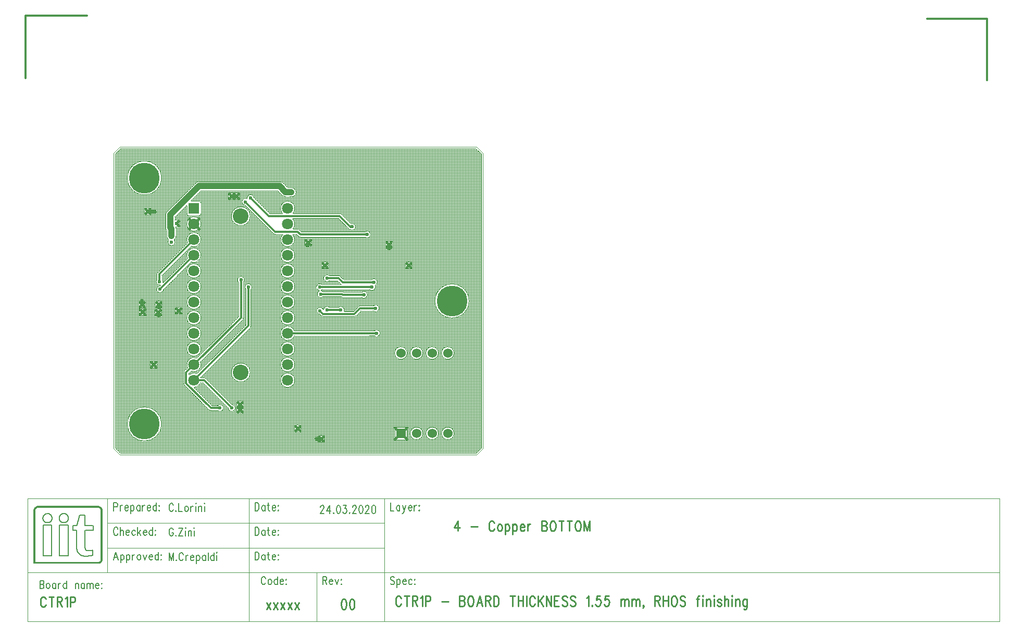
<source format=gbr>
*
*
G04 PADS VX.2.5 Build Number: 14503874 generated Gerber (RS-274-X) file*
G04 PC Version=2.1*
*
%IN "PCB_CTR1P_03.pcb"*%
*
%MOIN*%
*
%FSLAX35Y35*%
*
*
*
*
G04 PC Standard Apertures*
*
*
G04 Thermal Relief Aperture macro.*
%AMTER*
1,1,$1,0,0*
1,0,$1-$2,0,0*
21,0,$3,$4,0,0,45*
21,0,$3,$4,0,0,135*
%
*
*
G04 Annular Aperture macro.*
%AMANN*
1,1,$1,0,0*
1,0,$2,0,0*
%
*
*
G04 Odd Aperture macro.*
%AMODD*
1,1,$1,0,0*
1,0,$1-0.005,0,0*
%
*
*
G04 PC Custom Aperture Macros*
*
*
*
*
*
*
G04 PC Aperture Table*
*
%ADD010C,0.00394*%
%ADD014C,0.00591*%
%ADD016C,0.01*%
%ADD026R,0.06X0.06*%
%ADD028C,0.001*%
%ADD036C,0.015*%
%ADD037C,0.01181*%
%ADD047C,0.02362*%
%ADD052C,0.00787*%
%ADD061C,0.07087*%
%ADD067C,0.00591*%
%ADD068C,0.00591*%
%ADD091C,0.19685*%
%ADD092R,0.07087X0.07087*%
%ADD093C,0.1*%
%ADD094C,0.06*%
%ADD097C,0.03937*%
*
*
*
*
G04 PC Circuitry*
G04 Layer Name PCB_CTR1P_03.pcb - circuitry*
%LPD*%
*
*
G04 PC Custom Flashes*
G04 Layer Name PCB_CTR1P_03.pcb - flashes*
%LPD*%
*
*
G04 PC Circuitry*
G04 Layer Name PCB_CTR1P_03.pcb - circuitry*
%LPD*%
*
G54D10*
G01X274890Y120575D02*
G75*
G03X274890I-3984J0D01*
G01Y172071D02*
G03X274890I-3984J0D01*
G01X264890Y120575D02*
G03X264890I-3984J0D01*
G01Y172071D02*
G03X264890I-3984J0D01*
G01X284449Y205378D02*
G03X284449I-10827J0D01*
G01X254890Y120575D02*
G03X254890I-3984J0D01*
G01Y172071D02*
G03X254890I-3984J0D01*
G01X244890D02*
G03X244890I-3984J0D01*
G01X248032Y228213D02*
G03X248032I-2166J0D01*
G01X235433Y241598D02*
G03X235433I-2165J0D01*
G01X192126Y117189D02*
G03X192126I-2165J0D01*
G01X176969Y123882D02*
G03X176969I-2166J0D01*
G01X172992Y154630D02*
G03X172992I-4527J0D01*
G01Y164630D02*
G03X172992I-4527J0D01*
G01Y174630D02*
G03X172992I-4527J0D01*
G01X194488Y228213D02*
G03X194488I-2165J0D01*
G01X183661Y242780D02*
G03X183661I-2165J0D01*
G01X172992Y194630D02*
G03X172992I-4527J0D01*
G01Y204630D02*
G03X172992I-4527J0D01*
G01Y214630D02*
G03X172992I-4527J0D01*
G01Y224630D02*
G03X172992I-4527J0D01*
G01Y234630D02*
G03X172992I-4527J0D01*
G01X144449Y159630D02*
G03X144449I-5984J0D01*
G01Y259630D02*
G03X144449I-5984J0D01*
G01X112992Y174630D02*
G03X112992I-4527J0D01*
G01Y184630D02*
G03X112992I-4527J0D01*
G01Y194630D02*
G03X112992I-4527J0D01*
G01Y204630D02*
G03X112992I-4527J0D01*
G01Y214630D02*
G03X112992I-4527J0D01*
G01Y224630D02*
G03X112992I-4527J0D01*
G01X100591Y199079D02*
G03X100591I-2166J0D01*
G01X87598Y126638D02*
G03X87598I-10826J0D01*
G01X84843Y164630D02*
G03X84843I-2166J0D01*
G01X87795Y198094D02*
G03X87795I-2165J0D01*
G01X87992Y203213D02*
G03X87992I-2165J0D01*
G01X112992Y254630D02*
G03X112992I-4527J0D01*
G01X77559Y198291D02*
G03X77559I-2165J0D01*
G01X77362Y203016D02*
G03X77362I-2165J0D01*
G01X81102Y262661D02*
G03X81102I-2165J0D01*
G01X87598Y284118D02*
G03X87598I-10826J0D01*
G01X292323Y299377D02*
G03X292265Y299516I-197J-0D01*
G01X289020Y302761*
G03X288881Y302819I-139J-139*
G01X61513*
G03X61374Y302761I-0J-197*
G01X58129Y299516*
G03X58071Y299377I139J-139*
G01Y111379*
G03X58129Y111240I197J-0*
G01X61374Y107995*
G03X61513Y107937I139J139*
G01X288881*
G03X289020Y107995I-0J197*
G01X292265Y111240*
G03X292323Y111379I-139J139*
G01Y299377*
X274890Y120575D02*
G03X274890I-3984J0D01*
G01Y172071D02*
G03X274890I-3984J0D01*
G01X264890Y120575D02*
G03X264890I-3984J0D01*
G01Y172071D02*
G03X264890I-3984J0D01*
G01X284449Y205378D02*
G03X284449I-10827J0D01*
G01X254890Y120575D02*
G03X254890I-3984J0D01*
G01Y172071D02*
G03X254890I-3984J0D01*
G01X244890Y123575D02*
Y117575D01*
X243906Y116591D02*
G03X244890Y117575I-0J984D01*
G01X243906Y116591D02*
X237906D01*
X236921Y117575D02*
G03X237906Y116591I985J-0D01*
G01X236921Y117575D02*
Y123575D01*
X237906Y124559D02*
G03X236921Y123575I-0J-984D01*
G01X237906Y124559D02*
X243906D01*
X244890Y123575D02*
G03X243906Y124559I-984J-0D01*
G01X244890Y172071D02*
G03X244890I-3984J0D01*
G01X248032Y228213D02*
G03X248032I-2166J0D01*
G01X235433Y241598D02*
G03X235433I-2165J0D01*
G01X192126Y117189D02*
G03X192126I-2165J0D01*
G01X176969Y123882D02*
G03X176969I-2166J0D01*
G01X172992Y154630D02*
G03X172992I-4527J0D01*
G01Y164630D02*
G03X172992I-4527J0D01*
G01Y174630D02*
G03X172992I-4527J0D01*
G01X223961Y183085D02*
G03X223831Y183134I-130J-148D01*
G01X221192*
G03X221134Y183125I-0J-197*
G01X220669Y183055D02*
G03X221134Y183125I0J1575D01*
G01X220669Y183055D02*
X172844D01*
G03X172662Y182932I0J-197*
G01Y186328D02*
G03Y182932I-4197J-1698D01*
G01Y186328D02*
G03X172844Y186205I182J74D01*
G01X220226*
G03X220284Y186213I-0J197*
G01X220748Y186283D02*
G03X220284Y186213I0J-1574D01*
G01X220748Y186283D02*
X223831D01*
G03X223961Y186333I0J197*
G01Y183085D02*
G03Y186333I1433J1624D01*
G01X223371Y199030D02*
G03X223241Y199079I-130J-148D01*
G01X215432*
G03X215293Y199021I0J-197*
G01X212269Y195997*
X211155Y195535D02*
G03X212269Y195997I0J1575D01*
G01X211155Y195535D02*
X191142D01*
X190028Y195997D02*
G03X191142Y195535I1114J1113D01*
G01X190028Y195997D02*
X189165Y196860D01*
G03X189038Y196918I-140J-139*
G01X191176Y199901D02*
G03X189038Y196918I-2003J-822D01*
G01X191176Y199901D02*
G03X191554Y199950I183J75D01*
G01X195133Y201293D02*
G03X191554Y199950I-1432J-1624D01*
G01X195133Y201293D02*
G03X195263Y201244I130J148D01*
G01X200800*
G03X200930Y201293I-0J197*
G01X204404Y198948D02*
G03X200930Y201293I-2042J721D01*
G01X204404Y198947D02*
G03X204392Y198882I185J-65D01*
X204589Y198685I197J-0*
G01X210421*
G03X210561Y198743I0J197*
G01X213585Y201767*
X214699Y202228D02*
G03X213585Y201767I-0J-1574D01*
G01X214699Y202228D02*
X223241D01*
G03X223371Y202278I-0J197*
G01Y199030D02*
G03Y202278I1432J1624D01*
G01X224504Y215408D02*
G03X224388Y215229I81J-179D01*
X224406Y215146I197J-0*
G01X221009Y212612D02*
G03X224406Y215146I1432J1624D01*
G01X221009Y212612D02*
G03X220878Y212661I-131J-147D01*
G01X190539*
G03X190409Y212612I-0J-196*
G01X189799Y212233D02*
G03X190409Y212612I-823J2003D01*
G01X189799Y212233D02*
G03X189848Y211856I74J-182D01*
G01X190999Y211333D02*
G03X189848Y211856I-1432J-1624D01*
G01X190999Y211333D02*
G03X191129Y211283I130J147D01*
G01X203248*
X204238Y210934D02*
G03X203248Y211283I-990J-1225D01*
G01X204238Y210934D02*
G03X204362Y210890I124J153D01*
G01X215760*
G03X215891Y210939I0J197*
G01Y207691D02*
G03Y210939I1432J1624D01*
G01Y207691D02*
G03X215760Y207740I-131J-148D01*
G01X203642*
X202652Y208090D02*
G03X203642Y207740I990J1225D01*
G01X202652Y208090D02*
G03X202528Y208134I-124J-153D01*
G01X191129*
G03X190999Y208085I0J-197*
G01X187402Y209709D02*
G03X190999Y208085I2165J-0D01*
G01X188745Y211712D02*
G03X187402Y209709I822J-2003D01*
G01X188745Y211712D02*
G03X188695Y212089I-75J182D01*
G01X190409Y215860D02*
G03X188695Y212089I-1433J-1624D01*
G01X190409Y215860D02*
G03X190539Y215811I130J148D01*
G01X202528*
G03X202652Y216161I0J197*
G01X202528Y216272D02*
G03X202652Y216161I1114J1114D01*
G01X202528Y216272D02*
X200488Y218312D01*
G03X200349Y218370I-139J-139*
G01X195263*
G03X195133Y218321I0J-197*
G01Y221569D02*
G03Y218321I-1432J-1624D01*
G01Y221569D02*
G03X195263Y221520I130J148D01*
G01X201083*
X202196Y221058D02*
G03X201083Y221520I-1113J-1113D01*
G01X202196Y221058D02*
X204236Y219018D01*
G03X204376Y218961I140J139*
G01X222060*
G03X222190Y219010I-0J196*
G01X224504Y215408D02*
G03X222190Y219010I-882J1978D01*
G01X194488Y228213D02*
G03X194488I-2165J0D01*
G01X183661Y242780D02*
G03X183661I-2165J0D01*
G01X172992Y194630D02*
G03X172992I-4527J0D01*
G01Y204630D02*
G03X172992I-4527J0D01*
G01Y214630D02*
G03X172992I-4527J0D01*
G01Y224630D02*
G03X172992I-4527J0D01*
G01Y234630D02*
G03X172992I-4527J0D01*
G01X217859Y246274D02*
G03X217729Y246323I-130J-148D01*
G01X176575*
X175461Y246784D02*
G03X176575Y246323I1114J1114D01*
G01X175461Y246784D02*
X174209Y248037D01*
X174208D02*
G03X174069Y248094I-139J-139D01*
G01X171877*
G03X171734Y247761I-0J-196*
G01X165195D02*
G03X171734I3270J-3131D01*
G01X165195D02*
G03X165052Y248094I-143J137D01*
G01X160433*
X159320Y248556D02*
G03X160433Y248094I1113J1113D01*
G01X159320Y248556D02*
X141330Y266545D01*
G03X141203Y266603I-139J-139*
G01X142277Y270715D02*
G03X141203Y266603I-938J-1951D01*
G01X142277Y270715D02*
G03X142559Y270893I85J178D01*
X142556Y270928I-197J-0*
G01X146846Y271458D02*
G03X142556Y270928I-2161J-135D01*
G01X146846Y271458D02*
G03X146903Y271332I197J13D01*
G01X156894Y261341*
G03X157033Y261283I139J139*
G01X164943*
G03X165140Y261480I0J197*
X165090Y261612I-197J0*
G01X163937Y264630D02*
G03X165090Y261612I4528J-0D01*
G01X172992Y264630D02*
G03X163937I-4527J-0D01*
G01X171839Y261612D02*
G03X172992Y264630I-3374J3018D01*
G01X171839Y261612D02*
G03X171789Y261480I147J-132D01*
X171986Y261283I197J0*
G01X201772*
X202885Y260822D02*
G03X201772Y261283I-1113J-1113D01*
G01X202885Y260822D02*
X208780Y254927D01*
G03X208980Y254879I139J140*
G01X208256Y251158D02*
G03X208980Y254879I1390J1661D01*
G01X208256Y251158D02*
G03X208211Y251186I-126J-151D01*
G01X207744Y251509D02*
G03X208211Y251186I1114J1113D01*
G01X207744Y251509D02*
X201177Y258076D01*
G03X201038Y258134I-139J-139*
G01X171838*
X171838D02*
G03X171642Y257937I0J-197D01*
X171698Y257799I197J0*
G01X171805Y251574D02*
G03X171698Y257799I-3340J3056D01*
G01X171805Y251574D02*
G03X171754Y251441I145J-133D01*
G01X171753D02*
G03X171950Y251244I197J-0D01*
G01X174803*
X175917Y250783D02*
G03X174803Y251244I-1114J-1114D01*
G01X175917Y250783D02*
X177169Y249530D01*
G03X177309Y249472I140J139*
G01X217729*
G03X217859Y249522I-0J197*
G01Y246274D02*
G03Y249522I1432J1624D01*
G01X139606Y137596D02*
G03Y137333I147J-131D01*
G01X136378D02*
G03X139606I1614J-1443D01*
G01X136378D02*
G03Y137596I-147J132D01*
G01X139606D02*
G03X136378I-1614J1443D01*
G01X144931Y212804D02*
G03X144882Y212674I148J-130D01*
G01Y189472*
X144421Y188359D02*
G03X144882Y189472I-1114J1113D01*
G01X144421Y188359D02*
X112675Y156613D01*
G03X112633Y156397I139J-139*
G01X112662Y156328D02*
G03X112633Y156397I-4197J-1698D01*
G01X112662Y156328D02*
G03X112844Y156205I182J74D01*
G01X114921*
X116035Y155743D02*
G03X114921Y156205I-1114J-1113D01*
G01X116035Y155743D02*
X132686Y139092D01*
G03X132813Y139035I139J140*
G01X130516Y136738D02*
G03X132813Y139035I2161J136D01*
G01X130516Y136738D02*
G03X130459Y136865I-196J-12D01*
G01X114327Y152997*
G03X114187Y153055I-140J-139*
G01X112844*
G03X112662Y152932I0J-197*
G01X108717Y150109D02*
G03X112662Y152932I-252J4521D01*
G01X108717Y150109D02*
G03X108588Y149774I10J-196D01*
G01X119855Y138506*
G03X119995Y138449I140J140*
G01X123634*
G03X123765Y138498I0J197*
G01Y135250D02*
G03Y138498I1432J1624D01*
G01Y135250D02*
G03X123634Y135299I-131J-148D01*
G01X119261*
X118147Y135760D02*
G03X119261Y135299I1114J1114D01*
G01X118147Y135760D02*
X102430Y151477D01*
X101969Y152591D02*
G03X102430Y151477I1574J0D01*
G01X101969Y152591D02*
Y159709D01*
X102430Y160822D02*
G03X101969Y159709I1113J-1113D01*
G01X102430Y160822D02*
X104254Y162647D01*
G03X104296Y162863I-139J139*
G01X110232Y168798D02*
G03X104296Y162863I-1767J-4168D01*
G01X110232Y168798D02*
G03X110448Y168840I77J182D01*
G01X136950Y195343*
G03X137008Y195482I-139J139*
G01Y217398*
G03X136959Y217528I-197J0*
G01X140207D02*
G03X136959I-1624J1433D01*
G01X140207D02*
G03X140157Y217398I147J-130D01*
G01Y194748*
X139696Y193634D02*
G03X140157Y194748I-1113J1114D01*
G01X139696Y193634D02*
X112675Y166613D01*
G03X112633Y166397I139J-139*
G01X106697Y160462D02*
G03X112633Y166397I1768J4168D01*
G01X106697Y160462D02*
G03X106481Y160419I-77J-182D01*
G01X105176Y159114*
G03X105118Y158975I139J-139*
G01Y158151*
G03X105446Y158005I197J0*
G01X110232Y158798D02*
G03X105446Y158005I-1767J-4168D01*
G01X110232Y158798D02*
G03X110448Y158840I77J182D01*
G01X141675Y190067*
G03X141732Y190206I-140J139*
G01Y212674*
G03X141683Y212804I-197J-0*
G01X144931D02*
G03X141683I-1624J1432D01*
G01X144449Y159630D02*
G03X144449I-5984J0D01*
G01Y259630D02*
G03X144449I-5984J0D01*
G01X134186Y270890D02*
G03X133924I-131J-147D01*
G01Y274118D02*
G03Y270890I-1444J-1614D01*
G01Y274118D02*
G03X134186I131J147D01*
G01Y270890D02*
G03Y274118I1444J1614D01*
G01X112992Y174630D02*
G03X112992I-4527J0D01*
G01Y184630D02*
G03X112992I-4527J0D01*
G01Y194630D02*
G03X112992I-4527J0D01*
G01Y204630D02*
G03X112992I-4527J0D01*
G01Y214630D02*
G03X112992I-4527J0D01*
G01Y224630D02*
G03X112992I-4527J0D01*
G01X100591Y199079D02*
G03X100591I-2166J0D01*
G01X87598Y126638D02*
G03X87598I-10826J0D01*
G01X84843Y164630D02*
G03X84843I-2166J0D01*
G01X87795Y198094D02*
G03X87795I-2165J0D01*
G01X87992Y203213D02*
G03X87992I-2165J0D01*
G01X106697Y240462D02*
G03X106481Y240419I-77J-182D01*
G01X88050Y221988*
G03X87992Y221849I139J-139*
G01Y219342*
G03X88041Y219212I197J0*
G01X88583Y217780D02*
G03X88041Y219212I-2166J-0D01*
G01X88583Y217780D02*
X88583D01*
X88533Y217320D02*
G03X88583Y217780I-2116J460D01*
G01X88533Y217320D02*
G03X88529Y217279I193J-41D01*
X88865Y217139I197J-0*
G01X95368Y223642*
G03X95404Y223691I-139J140*
G01X95690Y224082D02*
G03X95404Y223691I1113J-1114D01*
G01X95690Y224082D02*
X104254Y232647D01*
G03X104296Y232863I-139J139*
G01X106697Y230462D02*
G03X104296Y232863I1768J4168D01*
G01X106697Y230462D02*
G03X106481Y230419I-77J-182D01*
G01X98237Y222175*
G03X98202Y222127I139J-139*
G01X97916Y221736D02*
G03X98202Y222127I-1113J1114D01*
G01X97916Y221736D02*
X89029Y212850D01*
G03X88972Y212723I140J-140*
G01X86675Y215019D02*
G03X88972Y212723I136J-2161D01*
G01X86675Y215019D02*
G03X86802Y215077I-12J197D01*
G01X87057Y215332*
G03X86877Y215663I-139J139*
G01X84793Y219212D02*
G03X86877Y215663I1624J-1432D01*
G01X84793Y219212D02*
G03X84843Y219342I-147J130D01*
G01Y222583*
X85304Y223696D02*
G03X84843Y222583I1113J-1113D01*
G01X85304Y223696D02*
X104254Y242647D01*
G03X104296Y242863I-139J139*
G01X106697Y240462D02*
G03X104296Y242863I1768J4168D01*
G01X112992Y254630D02*
G03X112992I-4527J0D01*
G01X169839Y272098D02*
G03X169770Y272110I-69J-185D01*
G01X167126*
X165037Y272976D02*
G03X167126Y272110I2089J2087D01*
G01X165037Y272976D02*
X162220Y275793D01*
G03X162081Y275850I-139J-139*
G01X112958*
G03X112819Y275793I0J-196*
G01X106520Y269494*
G03X106659Y269157I139J-140*
G01X112008*
X112992Y268173D02*
G03X112008Y269157I-984J0D01*
G01X112992Y268173D02*
Y261087D01*
X112008Y260102D02*
G03X112992Y261087I-0J985D01*
G01X112008Y260102D02*
X104921D01*
X103937Y261087D02*
G03X104921Y260102I984J-0D01*
G01X103937Y261087D02*
Y266435D01*
G03X103601Y266575I-197J0*
G01X96317Y259291*
X96318D02*
G03X96260Y259152I139J-139D01*
G01Y257211*
G03X96522Y257026I197J0*
G01X97098Y252824D02*
G03X96522Y257026I146J2160D01*
G01X97098Y252824D02*
G03X96888Y252627I-13J-197D01*
X96898Y252566I197J0*
G01X97047Y251638D02*
G03X96898Y252566I-2953J-0D01*
G01X97047Y251638D02*
Y246913D01*
X95866Y244551D02*
G03X97047Y246913I-1772J2362D01*
G01X95866Y244551D02*
G03X95827Y244276I118J-157D01*
G01X92362D02*
G03X95827I1732J-1300D01*
G01X92362D02*
G03X92323Y244551I-157J118D01*
G01X91142Y246913D02*
G03X92323Y244551I2952J0D01*
G01X91142Y246913D02*
Y250342D01*
G03X91093Y250472I-197J-0*
G01X90354Y252425D02*
G03X91093Y250472I2953J0D01*
G01X90354Y252425D02*
Y260456D01*
X91220Y262546D02*
G03X90354Y260456I2087J-2090D01*
G01X91220Y262546D02*
X109566Y280891D01*
X111654Y281756D02*
G03X109566Y280891I-0J-2953D01*
G01X111654Y281756D02*
X163386D01*
X165475Y280890D02*
G03X163386Y281756I-2089J-2087D01*
G01X165475Y280890D02*
X168291Y278073D01*
G03X168431Y278016I140J140*
G01X170669*
X172758Y277150D02*
G03X170669Y278016I-2089J-2087D01*
G01X172758Y277150D02*
X172954Y276954D01*
X169839Y272098D02*
G03X172954Y276954I1027J2768D01*
G01X77559Y198291D02*
G03X77559I-2165J0D01*
G01X77362Y203016D02*
G03X77362I-2165J0D01*
G01X81102Y262661D02*
G03X81102I-2165J0D01*
G01X87598Y284118D02*
G03X87598I-10826J0D01*
G01X58071Y298936D02*
X292323D01*
X58071Y297936D02*
X292323D01*
X58071Y296936D02*
X292323D01*
X58071Y295936D02*
X292323D01*
X77218Y294936D02*
X292323D01*
X81336Y293936D02*
X292323D01*
X83054Y292936D02*
X292323D01*
X84262Y291936D02*
X292323D01*
X85182Y290936D02*
X292323D01*
X85903Y289936D02*
X292323D01*
X86468Y288936D02*
X292323D01*
X86903Y287936D02*
X292323D01*
X87225Y286936D02*
X292323D01*
X87445Y285936D02*
X292323D01*
X87568Y284936D02*
X292323D01*
X87597Y283936D02*
X292323D01*
X87534Y282936D02*
X292323D01*
X87376Y281936D02*
X292323D01*
X165428Y280936D02*
X292323D01*
X166429Y279936D02*
X292323D01*
X167429Y278936D02*
X292323D01*
X171352Y277936D02*
X292323D01*
X172972Y276936D02*
X292323D01*
X173618Y275936D02*
X292323D01*
X173818Y274936D02*
X292323D01*
X173668Y273936D02*
X292323D01*
X173100Y272936D02*
X292323D01*
X171229Y271936D02*
X292323D01*
X147299Y270936D02*
X292323D01*
X148299Y269936D02*
X292323D01*
X169864Y268936D02*
X292323D01*
X171558Y267936D02*
X292323D01*
X172361Y266936D02*
X292323D01*
X172800Y265936D02*
X292323D01*
X172982Y264936D02*
X292323D01*
X172939Y263936D02*
X292323D01*
X172663Y262936D02*
X292323D01*
X172103Y261936D02*
X292323D01*
X202759Y260936D02*
X292323D01*
X203772Y259936D02*
X292323D01*
X204772Y258936D02*
X292323D01*
X205772Y257936D02*
X292323D01*
X206772Y256936D02*
X292323D01*
X207772Y255936D02*
X292323D01*
X210102Y254936D02*
X292323D01*
X211501Y253936D02*
X292323D01*
X211808Y252936D02*
X292323D01*
X211623Y251936D02*
X292323D01*
X210715Y250936D02*
X292323D01*
X220023Y249936D02*
X292323D01*
X221192Y248936D02*
X292323D01*
X221456Y247936D02*
X292323D01*
X221231Y246936D02*
X292323D01*
X220208Y245936D02*
X292323D01*
X181695Y244936D02*
X292323D01*
X183327Y243936D02*
X292323D01*
X234971Y242936D02*
X292323D01*
X235407Y241936D02*
X292323D01*
X235329Y240936D02*
X292323D01*
X234655Y239936D02*
X292323D01*
X169864Y238936D02*
X292323D01*
X171558Y237936D02*
X292323D01*
X172361Y236936D02*
X292323D01*
X172800Y235936D02*
X292323D01*
X172982Y234936D02*
X292323D01*
X172939Y233936D02*
X292323D01*
X172663Y232936D02*
X292323D01*
X172103Y231936D02*
X292323D01*
X171082Y230936D02*
X292323D01*
X247178Y229936D02*
X292323D01*
X247907Y228936D02*
X292323D01*
X248014Y227936D02*
X292323D01*
X247615Y226936D02*
X292323D01*
X172800Y225936D02*
X292323D01*
X172982Y224936D02*
X292323D01*
X172939Y223936D02*
X292323D01*
X172663Y222936D02*
X292323D01*
X194553Y221936D02*
X292323D01*
X202319Y220936D02*
X292323D01*
X203319Y219936D02*
X292323D01*
X225134Y218936D02*
X292323D01*
X225716Y217936D02*
X292323D01*
X225740Y216936D02*
X292323D01*
X276021Y215936D02*
X292323D01*
X278708Y214936D02*
X292323D01*
X280254Y213936D02*
X292323D01*
X281374Y212936D02*
X292323D01*
X282237Y211936D02*
X292323D01*
X282913Y210936D02*
X292323D01*
X283443Y209936D02*
X292323D01*
X283848Y208936D02*
X292323D01*
X284142Y207936D02*
X292323D01*
X284336Y206936D02*
X292323D01*
X284434Y205936D02*
X292323D01*
X284440Y204936D02*
X292323D01*
X284352Y203936D02*
X292323D01*
X284170Y202936D02*
X292323D01*
X283887Y201936D02*
X292323D01*
X283496Y200936D02*
X292323D01*
X282982Y199936D02*
X292323D01*
X282324Y198936D02*
X292323D01*
X281485Y197936D02*
X292323D01*
X280401Y196936D02*
X292323D01*
X278920Y195936D02*
X292323D01*
X276482Y194936D02*
X292323D01*
X172939Y193936D02*
X292323D01*
X172663Y192936D02*
X292323D01*
X172103Y191936D02*
X292323D01*
X171082Y190936D02*
X292323D01*
X144882Y189936D02*
X292323D01*
X169864Y188936D02*
X292323D01*
X171558Y187936D02*
X292323D01*
X172361Y186936D02*
X292323D01*
X227178Y185936D02*
X292323D01*
X227547Y184936D02*
X292323D01*
X227416Y183936D02*
X292323D01*
X226637Y182936D02*
X292323D01*
X172103Y181936D02*
X292323D01*
X171082Y180936D02*
X292323D01*
X135997Y179936D02*
X292323D01*
X169864Y178936D02*
X292323D01*
X171558Y177936D02*
X292323D01*
X172361Y176936D02*
X292323D01*
X271874Y175936D02*
X292323D01*
X273674Y174936D02*
X292323D01*
X274426Y173936D02*
X292323D01*
X274795Y172936D02*
X292323D01*
X274887Y171936D02*
X292323D01*
X274725Y170936D02*
X292323D01*
X274269Y169936D02*
X292323D01*
X273364Y168936D02*
X292323D01*
X171558Y167936D02*
X292323D01*
X172361Y166936D02*
X292323D01*
X172800Y165936D02*
X292323D01*
X172982Y164936D02*
X292323D01*
X172939Y163936D02*
X292323D01*
X172663Y162936D02*
X292323D01*
X172103Y161936D02*
X292323D01*
X171082Y160936D02*
X292323D01*
X144441Y159936D02*
X292323D01*
X169864Y158936D02*
X292323D01*
X171558Y157936D02*
X292323D01*
X172361Y156936D02*
X292323D01*
X172800Y155936D02*
X292323D01*
X172982Y154936D02*
X292323D01*
X172939Y153936D02*
X292323D01*
X172663Y152936D02*
X292323D01*
X172103Y151936D02*
X292323D01*
X171082Y150936D02*
X292323D01*
X121843Y149936D02*
X292323D01*
X122843Y148936D02*
X292323D01*
X123843Y147936D02*
X292323D01*
X124843Y146936D02*
X292323D01*
X125843Y145936D02*
X292323D01*
X126843Y144936D02*
X292323D01*
X127843Y143936D02*
X292323D01*
X128843Y142936D02*
X292323D01*
X129843Y141936D02*
X292323D01*
X139037Y140936D02*
X292323D01*
X139963Y139936D02*
X292323D01*
X140155Y138936D02*
X292323D01*
X139855Y137936D02*
X292323D01*
X139888Y136936D02*
X292323D01*
X140157Y135936D02*
X292323D01*
X139936Y134936D02*
X292323D01*
X138925Y133936D02*
X292323D01*
X85578Y132936D02*
X292323D01*
X86214Y131936D02*
X292323D01*
X86709Y130936D02*
X292323D01*
X87084Y129936D02*
X292323D01*
X87352Y128936D02*
X292323D01*
X87520Y127936D02*
X292323D01*
X87594Y126936D02*
X292323D01*
X175489Y125936D02*
X292323D01*
X176695Y124936D02*
X292323D01*
X273045Y123936D02*
X292323D01*
X274115Y122936D02*
X292323D01*
X274650Y121936D02*
X292323D01*
X274873Y120936D02*
X292323D01*
X274838Y119936D02*
X292323D01*
X274537Y118936D02*
X292323D01*
X273890Y117936D02*
X292323D01*
X272528Y116936D02*
X292323D01*
X191726Y115936D02*
X292323D01*
X58071Y114936D02*
X292323D01*
X58071Y113936D02*
X292323D01*
X58071Y112936D02*
X292323D01*
X58071Y111936D02*
X292323D01*
X58433Y110936D02*
X291961D01*
X58548Y299936D02*
X291846D01*
X59433Y109936D02*
X290961D01*
X59548Y300936D02*
X290846D01*
X60433Y108936D02*
X289961D01*
X60548Y301936D02*
X289846D01*
X225230Y215936D02*
X271223D01*
X172982Y194936D02*
X270762D01*
X261874Y175936D02*
X269937D01*
X262528Y116936D02*
X269283D01*
X263045Y123936D02*
X268766D01*
X224490Y214936D02*
X268536D01*
X263364Y168936D02*
X268447D01*
X212204Y195936D02*
X268325D01*
X263674Y174936D02*
X268137D01*
X263890Y117936D02*
X267921D01*
X264115Y122936D02*
X267696D01*
X264269Y169936D02*
X267542D01*
X264426Y173936D02*
X267385D01*
X264537Y118936D02*
X267274D01*
X264650Y121936D02*
X267161D01*
X264725Y170936D02*
X267086D01*
X264795Y172936D02*
X267016D01*
X224585Y213936D02*
X266990D01*
X264838Y119936D02*
X266973D01*
X264873Y120936D02*
X266938D01*
X264887Y171936D02*
X266924D01*
X213208Y196936D02*
X266844D01*
X224172Y212936D02*
X265870D01*
X214208Y197936D02*
X265759D01*
X189714Y211936D02*
X265007D01*
X226121Y198936D02*
X264920D01*
X218759Y210936D02*
X264331D01*
X226846Y199936D02*
X264262D01*
X219397Y209936D02*
X263801D01*
X226950Y200936D02*
X263749D01*
X219455Y208936D02*
X263397D01*
X226548Y201936D02*
X263357D01*
X218992Y207936D02*
X263102D01*
X172663Y202936D02*
X263074D01*
X172361Y206936D02*
X262908D01*
X172939Y203936D02*
X262892D01*
X172800Y205936D02*
X262810D01*
X172982Y204936D02*
X262804D01*
X251874Y175936D02*
X259937D01*
X252528Y116936D02*
X259283D01*
X253045Y123936D02*
X258766D01*
X253364Y168936D02*
X258447D01*
X253674Y174936D02*
X258137D01*
X253890Y117936D02*
X257921D01*
X254115Y122936D02*
X257696D01*
X254269Y169936D02*
X257542D01*
X254426Y173936D02*
X257385D01*
X254537Y118936D02*
X257274D01*
X254650Y121936D02*
X257161D01*
X254725Y170936D02*
X257086D01*
X254795Y172936D02*
X257016D01*
X254838Y119936D02*
X256973D01*
X254873Y120936D02*
X256938D01*
X254887Y171936D02*
X256924D01*
X241874Y175936D02*
X249937D01*
X244654Y116936D02*
X249283D01*
X244821Y123936D02*
X248766D01*
X243364Y168936D02*
X248447D01*
X243674Y174936D02*
X248137D01*
X244890Y117936D02*
X247921D01*
X244890Y122936D02*
X247696D01*
X244269Y169936D02*
X247542D01*
X244426Y173936D02*
X247385D01*
X244890Y118936D02*
X247274D01*
X244890Y121936D02*
X247161D01*
X244725Y170936D02*
X247086D01*
X244795Y172936D02*
X247016D01*
X244890Y119936D02*
X246973D01*
X244890Y120936D02*
X246938D01*
X244887Y171936D02*
X246924D01*
X193634Y229936D02*
X244555D01*
X194072Y226936D02*
X244117D01*
X194364Y228936D02*
X243825D01*
X194470Y227936D02*
X243719D01*
X172800Y175936D02*
X239937D01*
X169864Y168936D02*
X238447D01*
X172982Y174936D02*
X238137D01*
X125997Y169936D02*
X237542D01*
X172939Y173936D02*
X237385D01*
X192111Y116936D02*
X237157D01*
X171082Y170936D02*
X237086D01*
X172663Y172936D02*
X237016D01*
X176968Y123936D02*
X236990D01*
X172103Y171936D02*
X236924D01*
X176751Y122936D02*
X236921D01*
X175752Y121936D02*
X236921D01*
X85975Y120936D02*
X236921D01*
X85275Y119936D02*
X236921D01*
X191240Y118936D02*
X236921D01*
X191993Y117936D02*
X236921D01*
X105997Y239936D02*
X231881D01*
X183656Y242936D02*
X231565D01*
X182631Y240936D02*
X231206D01*
X183490Y241936D02*
X231129D01*
X172663Y182936D02*
X224151D01*
X215208Y198936D02*
X223485D01*
X176764Y249936D02*
X218560D01*
X172800Y245936D02*
X218375D01*
X204235Y210936D02*
X215887D01*
X172103Y201936D02*
X213784D01*
X204119Y200936D02*
X212754D01*
X204511Y199936D02*
X211754D01*
X204400Y198936D02*
X210754D01*
X208772Y254936D02*
X209190D01*
X175739Y250936D02*
X208577D01*
X172103Y251936D02*
X207317D01*
X172663Y252936D02*
X206317D01*
X172939Y253936D02*
X205317D01*
X172982Y254936D02*
X204317D01*
X172800Y255936D02*
X203317D01*
X190810Y207936D02*
X202882D01*
X190318Y215936D02*
X202711D01*
X172361Y256936D02*
X202317D01*
X172361Y216936D02*
X201865D01*
X171642Y257936D02*
X201317D01*
X194508Y217936D02*
X200865D01*
X171558D02*
X192893D01*
X172103Y221936D02*
X192849D01*
X190287Y200936D02*
X191944D01*
X169864Y218936D02*
X191785D01*
X171082Y220936D02*
X191775D01*
X191162Y199936D02*
X191551D01*
X140516Y219936D02*
X191535D01*
X105997Y229936D02*
X191011D01*
X172361Y226936D02*
X190574D01*
X169864Y228936D02*
X190282D01*
X171558Y227936D02*
X190175D01*
X172800Y195936D02*
X190093D01*
X172361Y196936D02*
X188863D01*
X172103Y211936D02*
X188862D01*
X84381Y118936D02*
X188681D01*
X171558Y207936D02*
X188324D01*
X78410Y115936D02*
X188195D01*
X171082Y200936D02*
X188059D01*
X83213Y117936D02*
X187928D01*
X81577Y116936D02*
X187810D01*
X171082Y210936D02*
X187783D01*
X172800Y215936D02*
X187635D01*
X169864Y208936D02*
X187544D01*
X144882Y209936D02*
X187413D01*
X171558Y197936D02*
X187334D01*
X172663Y212936D02*
X187245D01*
X144882Y199936D02*
X187185D01*
X169864Y198936D02*
X187013D01*
X172982Y214936D02*
X186927D01*
X172939Y213936D02*
X186832D01*
X172982Y244936D02*
X181297D01*
X171082Y240936D02*
X180361D01*
X172939Y243936D02*
X179665D01*
X172103Y241936D02*
X179502D01*
X172663Y242936D02*
X179336D01*
X172361Y246936D02*
X175310D01*
X171684Y247936D02*
X174310D01*
X87576Y125936D02*
X174117D01*
X86524Y121936D02*
X173854D01*
X87464Y124936D02*
X172912D01*
X86946Y122936D02*
X172855D01*
X87256Y123936D02*
X172638D01*
X146762Y271936D02*
X170504D01*
X149299Y268936D02*
X167065D01*
X109864Y238936D02*
X167065D01*
X109864Y228936D02*
X167065D01*
X140748Y218936D02*
X167065D01*
X144882Y208936D02*
X167065D01*
X144882Y198936D02*
X167065D01*
X144788Y188936D02*
X167065D01*
X134997Y178936D02*
X167065D01*
X124997Y168936D02*
X167065D01*
X144408Y158936D02*
X167065D01*
X111082Y240936D02*
X165847D01*
X111082Y230936D02*
X165847D01*
X139470Y220936D02*
X165847D01*
X144882Y210936D02*
X165847D01*
X144882Y200936D02*
X165847D01*
X144882Y190936D02*
X165847D01*
X136997Y180936D02*
X165847D01*
X126997Y170936D02*
X165847D01*
X144305Y160936D02*
X165847D01*
X120843Y150936D02*
X165847D01*
X150299Y267936D02*
X165371D01*
X111558Y237936D02*
X165371D01*
X111558Y227936D02*
X165371D01*
X140490Y217936D02*
X165371D01*
X144882Y207936D02*
X165371D01*
X144882Y197936D02*
X165371D01*
X143997Y187936D02*
X165371D01*
X133997Y177936D02*
X165371D01*
X123997Y167936D02*
X165371D01*
X144204Y157936D02*
X165371D01*
X111558Y247936D02*
X165246D01*
X146130Y272936D02*
X165078D01*
X156299Y261936D02*
X164826D01*
X112103Y241936D02*
X164826D01*
X112103Y231936D02*
X164826D01*
X112103Y221936D02*
X164826D01*
X144882Y211936D02*
X164826D01*
X144882Y201936D02*
X164826D01*
X144882Y191936D02*
X164826D01*
X137997Y181936D02*
X164826D01*
X127997Y171936D02*
X164826D01*
X143987Y161936D02*
X164826D01*
X119843Y151936D02*
X164826D01*
X151299Y266936D02*
X164568D01*
X112361Y246936D02*
X164568D01*
X112361Y236936D02*
X164568D01*
X112361Y226936D02*
X164568D01*
X140157Y216936D02*
X164568D01*
X144882Y206936D02*
X164568D01*
X144882Y196936D02*
X164568D01*
X142997Y186936D02*
X164568D01*
X132997Y176936D02*
X164568D01*
X122997Y166936D02*
X164568D01*
X143808Y156936D02*
X164568D01*
X155299Y262936D02*
X164266D01*
X112663Y242936D02*
X164266D01*
X112663Y232936D02*
X164266D01*
X112663Y222936D02*
X164266D01*
X145038Y212936D02*
X164266D01*
X144882Y202936D02*
X164266D01*
X144882Y192936D02*
X164266D01*
X138997Y182936D02*
X164266D01*
X128997Y172936D02*
X164266D01*
X143453Y162936D02*
X164266D01*
X118843Y152936D02*
X164266D01*
X152299Y265936D02*
X164129D01*
X112800Y245936D02*
X164129D01*
X112800Y235936D02*
X164129D01*
X112800Y225936D02*
X164129D01*
X144649Y215936D02*
X164129D01*
X144882Y205936D02*
X164129D01*
X144882Y195936D02*
X164129D01*
X141997Y185936D02*
X164129D01*
X131997Y175936D02*
X164129D01*
X121997Y165936D02*
X164129D01*
X143172Y155936D02*
X164129D01*
X137254Y273936D02*
X164077D01*
X154299Y263936D02*
X163991D01*
X112939Y243936D02*
X163991D01*
X112939Y233936D02*
X163991D01*
X112939Y223936D02*
X163991D01*
X145452Y213936D02*
X163991D01*
X144882Y203936D02*
X163991D01*
X144882Y193936D02*
X163991D01*
X139997Y183936D02*
X163991D01*
X129997Y173936D02*
X163991D01*
X142620Y163936D02*
X163991D01*
X140305Y153936D02*
X163991D01*
X153299Y264936D02*
X163947D01*
X112982Y244936D02*
X163947D01*
X112982Y234936D02*
X163947D01*
X112982Y224936D02*
X163947D01*
X145356Y214936D02*
X163947D01*
X144882Y204936D02*
X163947D01*
X144882Y194936D02*
X163947D01*
X140997Y184936D02*
X163947D01*
X130997Y174936D02*
X163947D01*
X141232Y164936D02*
X163947D01*
X142176Y154936D02*
X163947D01*
X111962Y274936D02*
X163077D01*
X109864Y248936D02*
X158940D01*
X97047Y249936D02*
X157940D01*
X111082Y250936D02*
X156940D01*
X112103Y251936D02*
X155940D01*
X112663Y252936D02*
X154940D01*
X140305Y253936D02*
X153940D01*
X142176Y254936D02*
X152940D01*
X143172Y255936D02*
X151940D01*
X143808Y256936D02*
X150940D01*
X144204Y257936D02*
X149940D01*
X144408Y258936D02*
X148940D01*
X144441Y259936D02*
X147940D01*
X144305Y260936D02*
X146940D01*
X143987Y261936D02*
X145940D01*
X143453Y262936D02*
X144940D01*
X142620Y263936D02*
X143940D01*
X137752Y272936D02*
X143240D01*
X141232Y264936D02*
X142940D01*
X137719Y271936D02*
X142608D01*
X137123Y270936D02*
X142555D01*
X140157Y215936D02*
X141965D01*
X112992Y265936D02*
X141940D01*
X140157Y211936D02*
X141732D01*
X140157Y210936D02*
X141732D01*
X140157Y209936D02*
X141732D01*
X140157Y208936D02*
X141732D01*
X140157Y207936D02*
X141732D01*
X140157Y206936D02*
X141732D01*
X140157Y205936D02*
X141732D01*
X140157Y204936D02*
X141732D01*
X140157Y203936D02*
X141732D01*
X140157Y202936D02*
X141732D01*
X140157Y201936D02*
X141732D01*
X140157Y200936D02*
X141732D01*
X140157Y199936D02*
X141732D01*
X140157Y198936D02*
X141732D01*
X140157Y197936D02*
X141732D01*
X140157Y196936D02*
X141732D01*
X140157Y195936D02*
X141732D01*
X140157Y194936D02*
X141732D01*
X139932Y193936D02*
X141732D01*
X138997Y192936D02*
X141732D01*
X137997Y191936D02*
X141732D01*
X136997Y190936D02*
X141732D01*
X140157Y212936D02*
X141576D01*
X135997Y189936D02*
X141543D01*
X140157Y214936D02*
X141258D01*
X140157Y213936D02*
X141163D01*
X134997Y188936D02*
X140543D01*
X112992Y266936D02*
X140178D01*
X133997Y187936D02*
X139543D01*
X106962Y269936D02*
X139518D01*
X112992Y267936D02*
X139338D01*
X112630Y268936D02*
X139180D01*
X132997Y186936D02*
X138543D01*
X111082Y220936D02*
X137695D01*
X131997Y185936D02*
X137543D01*
X84769Y133936D02*
X137059D01*
X112361Y216936D02*
X137008D01*
X112800Y215936D02*
X137008D01*
X112982Y214936D02*
X137008D01*
X112939Y213936D02*
X137008D01*
X112663Y212936D02*
X137008D01*
X112103Y211936D02*
X137008D01*
X111082Y210936D02*
X137008D01*
X58071Y209936D02*
X137008D01*
X109864Y208936D02*
X137008D01*
X111558Y207936D02*
X137008D01*
X112361Y206936D02*
X137008D01*
X112800Y205936D02*
X137008D01*
X112982Y204936D02*
X137008D01*
X112939Y203936D02*
X137008D01*
X112663Y202936D02*
X137008D01*
X112103Y201936D02*
X137008D01*
X111082Y200936D02*
X137008D01*
X100414Y199936D02*
X137008D01*
X109864Y198936D02*
X137008D01*
X111558Y197936D02*
X137008D01*
X112361Y196936D02*
X137008D01*
X112800Y195936D02*
X137008D01*
X130843Y140936D02*
X136947D01*
X111558Y217936D02*
X136675D01*
X96116Y219936D02*
X136649D01*
X112939Y253936D02*
X136624D01*
X117843Y153936D02*
X136624D01*
X112982Y194936D02*
X136543D01*
X130997Y184936D02*
X136543D01*
X109864Y218936D02*
X136417D01*
X134564Y137936D02*
X136129D01*
X134842Y136936D02*
X136096D01*
X133642Y134936D02*
X136048D01*
X131843Y139936D02*
X136021D01*
X133339Y138936D02*
X135829D01*
X134629Y135936D02*
X135827D01*
X112992Y264936D02*
X135697D01*
X120997Y164936D02*
X135697D01*
X112939Y193936D02*
X135543D01*
X129997Y183936D02*
X135543D01*
X112982Y254936D02*
X134753D01*
X116843Y154936D02*
X134753D01*
X112663Y192936D02*
X134543D01*
X128997Y182936D02*
X134543D01*
X112992Y263936D02*
X134309D01*
X119997Y163936D02*
X134309D01*
X134014Y270936D02*
X134096D01*
X112800Y255936D02*
X133757D01*
X115802Y155936D02*
X133757D01*
X112103Y191936D02*
X133543D01*
X127997Y181936D02*
X133543D01*
X112992Y262936D02*
X133476D01*
X118997Y162936D02*
X133476D01*
X112361Y256936D02*
X133121D01*
X112997Y156936D02*
X133121D01*
X112992Y261936D02*
X132942D01*
X117997Y161936D02*
X132942D01*
X111558Y257936D02*
X132725D01*
X113997Y157936D02*
X132725D01*
X112981Y260936D02*
X132624D01*
X116997Y160936D02*
X132624D01*
X111082Y190936D02*
X132543D01*
X126997Y180936D02*
X132543D01*
X109864Y258936D02*
X132521D01*
X114997Y158936D02*
X132521D01*
X96962Y259936D02*
X132488D01*
X115997Y159936D02*
X132488D01*
X126162Y134936D02*
X131712D01*
X58071Y189936D02*
X131543D01*
X125997Y179936D02*
X131543D01*
X107962Y270936D02*
X130987D01*
X110962Y273936D02*
X130856D01*
X127148Y135936D02*
X130726D01*
X109864Y188936D02*
X130543D01*
X124997Y178936D02*
X130543D01*
X108962Y271936D02*
X130391D01*
X127361Y136936D02*
X130388D01*
X109962Y272936D02*
X130358D01*
X111558Y187936D02*
X129543D01*
X123997Y177936D02*
X129543D01*
X127084Y137936D02*
X129388D01*
X112361Y186936D02*
X128543D01*
X122997Y176936D02*
X128543D01*
X125859Y138936D02*
X128388D01*
X112800Y185936D02*
X127543D01*
X121997Y175936D02*
X127543D01*
X118426Y139936D02*
X127388D01*
X112982Y184936D02*
X126543D01*
X120997Y174936D02*
X126543D01*
X117426Y140936D02*
X126388D01*
X112939Y183936D02*
X125543D01*
X119997Y173936D02*
X125543D01*
X116426Y141936D02*
X125388D01*
X112663Y182936D02*
X124543D01*
X118997Y172936D02*
X124543D01*
X119426Y138936D02*
X124535D01*
X115426Y142936D02*
X124388D01*
X83726Y134936D02*
X124232D01*
X112103Y181936D02*
X123543D01*
X117997Y171936D02*
X123543D01*
X114426Y143936D02*
X123388D01*
X111082Y180936D02*
X122543D01*
X116997Y170936D02*
X122543D01*
X113426Y144936D02*
X122388D01*
X58071Y179936D02*
X121543D01*
X115997Y169936D02*
X121543D01*
X112426Y145936D02*
X121388D01*
X109864Y178936D02*
X120543D01*
X114997Y168936D02*
X120543D01*
X111426Y146936D02*
X120388D01*
X111558Y177936D02*
X119543D01*
X113997Y167936D02*
X119543D01*
X110426Y147936D02*
X119388D01*
X112361Y176936D02*
X118543D01*
X112997Y166936D02*
X118543D01*
X109426Y148936D02*
X118388D01*
X82319Y135936D02*
X117972D01*
X112800Y175936D02*
X117543D01*
X112800Y165936D02*
X117543D01*
X108532Y149936D02*
X117388D01*
X80114Y136936D02*
X116972D01*
X112982Y174936D02*
X116543D01*
X112982Y164936D02*
X116543D01*
X111082Y150936D02*
X116388D01*
X58071Y137936D02*
X115972D01*
X112939Y173936D02*
X115543D01*
X112939Y163936D02*
X115543D01*
X112103Y151936D02*
X115388D01*
X58071Y138936D02*
X114972D01*
X112663Y172936D02*
X114543D01*
X112663Y162936D02*
X114543D01*
X112663Y152936D02*
X114388D01*
X58071Y139936D02*
X113972D01*
X112103Y171936D02*
X113543D01*
X112103Y161936D02*
X113543D01*
X58071Y140936D02*
X112972D01*
X111082Y170936D02*
X112543D01*
X111082Y160936D02*
X112543D01*
X58071Y141936D02*
X111972D01*
X58071Y169936D02*
X111543D01*
X105997Y159936D02*
X111543D01*
X58071Y142936D02*
X110972D01*
X109864Y168936D02*
X110543D01*
X109864Y158936D02*
X110543D01*
X58071Y143936D02*
X109972D01*
X87120Y280936D02*
X109611D01*
X58071Y144936D02*
X108972D01*
X86758Y279936D02*
X108610D01*
X58071Y145936D02*
X107972D01*
X86278Y278936D02*
X107610D01*
X96260Y258936D02*
X107065D01*
X97047Y248936D02*
X107065D01*
X104997Y238936D02*
X107065D01*
X104997Y228936D02*
X107065D01*
X95116Y218936D02*
X107065D01*
X58071Y208936D02*
X107065D01*
X100586Y198936D02*
X107065D01*
X58071Y188936D02*
X107065D01*
X58071Y178936D02*
X107065D01*
X58071Y168936D02*
X107065D01*
X105118Y158936D02*
X107065D01*
X58071Y146936D02*
X106972D01*
X85660Y277936D02*
X106610D01*
X58071Y147936D02*
X105972D01*
X97047Y250936D02*
X105847D01*
X97116Y220936D02*
X105847D01*
X87807Y210936D02*
X105847D01*
X99539Y200936D02*
X105847D01*
X58071Y190936D02*
X105847D01*
X58071Y180936D02*
X105847D01*
X58071Y170936D02*
X105847D01*
X84873Y276936D02*
X105610D01*
X96260Y257936D02*
X105371D01*
X97047Y247936D02*
X105371D01*
X103997Y237936D02*
X105371D01*
X103997Y227936D02*
X105371D01*
X94116Y217936D02*
X105371D01*
X58071Y207936D02*
X105371D01*
X100264Y197936D02*
X105371D01*
X58071Y187936D02*
X105371D01*
X58071Y177936D02*
X105371D01*
X58071Y167936D02*
X105371D01*
X58071Y148936D02*
X104972D01*
X97032Y251936D02*
X104826D01*
X98085Y221936D02*
X104826D01*
X88770Y211936D02*
X104826D01*
X87576Y201936D02*
X104826D01*
X58071Y191936D02*
X104826D01*
X58071Y181936D02*
X104826D01*
X58071Y171936D02*
X104826D01*
X83862Y275936D02*
X104610D01*
X98183Y256936D02*
X104568D01*
X97047Y246936D02*
X104568D01*
X102997Y236936D02*
X104568D01*
X102997Y226936D02*
X104568D01*
X93116Y216936D02*
X104568D01*
X58071Y206936D02*
X104568D01*
X98736Y196936D02*
X104568D01*
X58071Y186936D02*
X104568D01*
X58071Y176936D02*
X104568D01*
X58071Y166936D02*
X104568D01*
X97946Y252936D02*
X104266D01*
X96259Y242936D02*
X104266D01*
X98997Y232936D02*
X104266D01*
X98997Y222936D02*
X104266D01*
X89116Y212936D02*
X104266D01*
X87974Y202936D02*
X104266D01*
X58071Y192936D02*
X104266D01*
X58071Y182936D02*
X104266D01*
X58071Y172936D02*
X104266D01*
X84026Y162936D02*
X104266D01*
X99189Y255936D02*
X104129D01*
X96881Y245936D02*
X104129D01*
X101997Y235936D02*
X104129D01*
X101997Y225936D02*
X104129D01*
X92116Y215936D02*
X104129D01*
X58071Y205936D02*
X104129D01*
X85799Y195936D02*
X104129D01*
X58071Y185936D02*
X104129D01*
X58071Y175936D02*
X104129D01*
X84405Y165936D02*
X104129D01*
X99139Y253936D02*
X103991D01*
X96036Y243936D02*
X103991D01*
X99997Y233936D02*
X103991D01*
X99997Y223936D02*
X103991D01*
X90116Y213936D02*
X103991D01*
X87868Y203936D02*
X103991D01*
X58071Y193936D02*
X103991D01*
X58071Y183936D02*
X103991D01*
X58071Y173936D02*
X103991D01*
X84728Y163936D02*
X103991D01*
X58071Y149936D02*
X103972D01*
X97962Y260936D02*
X103949D01*
X99409Y254936D02*
X103947D01*
X96287Y244936D02*
X103947D01*
X100997Y234936D02*
X103947D01*
X100997Y224936D02*
X103947D01*
X91116Y214936D02*
X103947D01*
X87138Y204936D02*
X103947D01*
X58071Y194936D02*
X103947D01*
X58071Y184936D02*
X103947D01*
X58071Y174936D02*
X103947D01*
X84821Y164936D02*
X103947D01*
X102962Y265936D02*
X103937D01*
X101962Y264936D02*
X103937D01*
X100962Y263936D02*
X103937D01*
X99962Y262936D02*
X103937D01*
X98962Y261936D02*
X103937D01*
X82508Y274936D02*
X103610D01*
X95993Y241936D02*
X103543D01*
X97997Y231936D02*
X103543D01*
X58071Y161936D02*
X103543D01*
X58071Y150936D02*
X102972D01*
X80451Y273936D02*
X102610D01*
X94819Y240936D02*
X102543D01*
X96997Y230936D02*
X102543D01*
X58071Y160936D02*
X102543D01*
X58071Y151936D02*
X102112D01*
X58071Y159936D02*
X101985D01*
X58071Y158936D02*
X101969D01*
X58071Y157936D02*
X101969D01*
X58071Y156936D02*
X101969D01*
X58071Y155936D02*
X101969D01*
X58071Y154936D02*
X101969D01*
X58071Y153936D02*
X101969D01*
X58071Y152936D02*
X101969D01*
X58071Y272936D02*
X101610D01*
X58071Y239936D02*
X101543D01*
X95997Y229936D02*
X101543D01*
X58071Y271936D02*
X100610D01*
X58071Y238936D02*
X100543D01*
X94997Y228936D02*
X100543D01*
X58071Y270936D02*
X99610D01*
X58071Y237936D02*
X99543D01*
X93997Y227936D02*
X99543D01*
X58071Y269936D02*
X98610D01*
X58071Y236936D02*
X98543D01*
X92997Y226936D02*
X98543D01*
X87459Y196936D02*
X98115D01*
X58071Y268936D02*
X97610D01*
X58071Y235936D02*
X97543D01*
X91997Y225936D02*
X97543D01*
X75799Y200936D02*
X97311D01*
X58071Y267936D02*
X96610D01*
X87789Y197936D02*
X96586D01*
X58071Y234936D02*
X96543D01*
X90997Y224936D02*
X96543D01*
X86770Y199936D02*
X96437D01*
X87625Y198936D02*
X96265D01*
X58071Y266936D02*
X95610D01*
X89997Y223936D02*
X95560D01*
X58071Y233936D02*
X95543D01*
X88997Y222936D02*
X94661D01*
X58071Y265936D02*
X94610D01*
X58071Y232936D02*
X94543D01*
X88012Y221936D02*
X93661D01*
X58071Y264936D02*
X93610D01*
X58071Y231936D02*
X93543D01*
X58071Y240936D02*
X93370D01*
X87992Y220936D02*
X92661D01*
X80688Y263936D02*
X92610D01*
X58071Y230936D02*
X92543D01*
X58071Y241936D02*
X92196D01*
X58071Y243936D02*
X92153D01*
X58071Y242936D02*
X91929D01*
X58071Y244936D02*
X91902D01*
X87992Y219936D02*
X91661D01*
X81085Y262936D02*
X91610D01*
X58071Y229936D02*
X91543D01*
X58071Y245936D02*
X91308D01*
X58071Y249936D02*
X91142D01*
X58071Y248936D02*
X91142D01*
X58071Y247936D02*
X91142D01*
X58071Y246936D02*
X91142D01*
X58071Y250936D02*
X90758D01*
X80977Y261936D02*
X90752D01*
X88248Y218936D02*
X90661D01*
X58071Y228936D02*
X90543D01*
X58071Y251936D02*
X90395D01*
X80245Y260936D02*
X90393D01*
X58071Y259936D02*
X90354D01*
X58071Y258936D02*
X90354D01*
X58071Y257936D02*
X90354D01*
X58071Y256936D02*
X90354D01*
X58071Y255936D02*
X90354D01*
X58071Y254936D02*
X90354D01*
X58071Y253936D02*
X90354D01*
X58071Y252936D02*
X90354D01*
X88577Y217936D02*
X89661D01*
X58071Y227936D02*
X89543D01*
X58071Y226936D02*
X88543D01*
X58071Y225936D02*
X87543D01*
X58071Y224936D02*
X86543D01*
X58071Y214936D02*
X86200D01*
X58071Y210936D02*
X85815D01*
X58071Y223936D02*
X85543D01*
X58071Y195936D02*
X85461D01*
X58071Y215936D02*
X85282D01*
X58071Y213936D02*
X84933D01*
X58071Y222936D02*
X84883D01*
X58071Y211936D02*
X84852D01*
X58071Y221936D02*
X84843D01*
X58071Y220936D02*
X84843D01*
X58071Y219936D02*
X84843D01*
X58071Y212936D02*
X84647D01*
X58071Y218936D02*
X84586D01*
X76198Y204936D02*
X84515D01*
X76803Y199936D02*
X84490D01*
X58071Y216936D02*
X84423D01*
X58071Y217936D02*
X84258D01*
X77074Y201936D02*
X84078D01*
X77082Y196936D02*
X83801D01*
X77157Y203936D02*
X83786D01*
X77361Y202936D02*
X83679D01*
X77461Y198936D02*
X83635D01*
X77530Y197936D02*
X83470D01*
X58071Y162936D02*
X81329D01*
X58071Y165936D02*
X80950D01*
X58071Y163936D02*
X80626D01*
X58071Y164936D02*
X80533D01*
X58071Y260936D02*
X77629D01*
X58071Y263936D02*
X77186D01*
X58071Y261936D02*
X76897D01*
X58071Y262936D02*
X76789D01*
X58071Y294936D02*
X76326D01*
X58071Y115936D02*
X75133D01*
X58071Y200936D02*
X74595D01*
X58071Y204936D02*
X74196D01*
X58071Y199936D02*
X73985D01*
X58071Y196936D02*
X73705D01*
X58071Y136936D02*
X73429D01*
X58071Y198936D02*
X73326D01*
X58071Y201936D02*
X73320D01*
X58071Y197936D02*
X73258D01*
X58071Y203936D02*
X73237D01*
X58071Y273936D02*
X73092D01*
X58071Y202936D02*
X73033D01*
X58071Y293936D02*
X72207D01*
X58071Y116936D02*
X71967D01*
X58071Y135936D02*
X71225D01*
X58071Y274936D02*
X71036D01*
X58071Y292936D02*
X70489D01*
X58071Y117936D02*
X70330D01*
X58071Y134936D02*
X69817D01*
X58071Y275936D02*
X69682D01*
X58071Y291936D02*
X69281D01*
X58071Y118936D02*
X69163D01*
X58071Y133936D02*
X68774D01*
X58071Y276936D02*
X68670D01*
X58071Y290936D02*
X68361D01*
X58071Y119936D02*
X68269D01*
X58071Y132936D02*
X67965D01*
X58071Y277936D02*
X67884D01*
X58071Y289936D02*
X67641D01*
X58071Y120936D02*
X67568D01*
X58071Y131936D02*
X67330D01*
X58071Y278936D02*
X67266D01*
X58071Y288936D02*
X67076D01*
X58071Y121936D02*
X67019D01*
X58071Y130936D02*
X66834D01*
X58071Y279936D02*
X66785D01*
X58071Y287936D02*
X66640D01*
X58071Y122936D02*
X66597D01*
X58071Y129936D02*
X66459D01*
X58071Y280936D02*
X66423D01*
X58071Y286936D02*
X66318D01*
X58071Y123936D02*
X66287D01*
X58071Y128936D02*
X66192D01*
X58071Y281936D02*
X66167D01*
X58071Y285936D02*
X66099D01*
X58071Y124936D02*
X66079D01*
X58071Y127936D02*
X66023D01*
X58071Y282936D02*
X66010D01*
X58071Y284936D02*
X65976D01*
X58071Y125936D02*
X65968D01*
X58071Y126936D02*
X65949D01*
X58071Y283936D02*
X65946D01*
X292071Y111046D02*
Y299710D01*
X291071Y110046D02*
Y300710D01*
X290071Y109046D02*
Y301710D01*
X289071Y108046D02*
Y302710D01*
X288071Y107937D02*
Y302819D01*
X287071Y107937D02*
Y302819D01*
X286071Y107937D02*
Y302819D01*
X285071Y107937D02*
Y302819D01*
X284071Y208214D02*
Y302819D01*
Y107937D02*
Y202542D01*
X283071Y210664D02*
Y302819D01*
Y107937D02*
Y200092D01*
X282071Y212148D02*
Y302819D01*
Y107937D02*
Y198608D01*
X281071Y213235D02*
Y302819D01*
Y107937D02*
Y197521D01*
X280071Y214075D02*
Y302819D01*
Y107937D02*
Y196681D01*
X279071Y214734D02*
Y302819D01*
Y107937D02*
Y196022D01*
X278071Y215248D02*
Y302819D01*
Y107937D02*
Y195507D01*
X277071Y215641D02*
Y302819D01*
Y107937D02*
Y195115D01*
X276071Y215924D02*
Y302819D01*
Y107937D02*
Y194832D01*
X275071Y216107D02*
Y302819D01*
Y107937D02*
Y194649D01*
X274071Y216195D02*
Y302819D01*
Y174491D02*
Y194560D01*
Y122994D02*
Y169651D01*
Y107937D02*
Y118155D01*
X273071Y216191D02*
Y302819D01*
Y175415D02*
Y194565D01*
Y123919D02*
Y168726D01*
Y107937D02*
Y117230D01*
X272071Y216093D02*
Y302819D01*
Y175881D02*
Y194663D01*
Y124385D02*
Y168261D01*
Y107937D02*
Y116765D01*
X271071Y215900D02*
Y302819D01*
Y176052D02*
Y194856D01*
Y124556D02*
Y168090D01*
Y107937D02*
Y116594D01*
X270071Y215606D02*
Y302819D01*
Y175967D02*
Y195150D01*
Y124471D02*
Y168175D01*
Y107937D02*
Y116679D01*
X269071Y215202D02*
Y302819D01*
Y175608D02*
Y195554D01*
Y124112D02*
Y168534D01*
Y107937D02*
Y117038D01*
X268071Y214673D02*
Y302819D01*
Y174871D02*
Y196083D01*
Y123375D02*
Y169271D01*
Y107937D02*
Y117775D01*
X267071Y213998D02*
Y302819D01*
Y173153D02*
Y196758D01*
Y121656D02*
Y170989D01*
Y107937D02*
Y119493D01*
X266071Y213137D02*
Y302819D01*
Y107937D02*
Y197619D01*
X265071Y212019D02*
Y302819D01*
Y107937D02*
Y198737D01*
X264071Y210476D02*
Y302819D01*
Y174491D02*
Y200279D01*
Y122994D02*
Y169651D01*
Y107937D02*
Y118155D01*
X263071Y207805D02*
Y302819D01*
Y175415D02*
Y202951D01*
Y123919D02*
Y168726D01*
Y107937D02*
Y117230D01*
X262071Y175881D02*
Y302819D01*
Y124385D02*
Y168261D01*
Y107937D02*
Y116765D01*
X261071Y176052D02*
Y302819D01*
Y124556D02*
Y168090D01*
Y107937D02*
Y116594D01*
X260071Y175967D02*
Y302819D01*
Y124471D02*
Y168175D01*
Y107937D02*
Y116679D01*
X259071Y175608D02*
Y302819D01*
Y124112D02*
Y168534D01*
Y107937D02*
Y117038D01*
X258071Y174871D02*
Y302819D01*
Y123375D02*
Y169271D01*
Y107937D02*
Y117775D01*
X257071Y173153D02*
Y302819D01*
Y121656D02*
Y170989D01*
Y107937D02*
Y119493D01*
X256071Y107937D02*
Y302819D01*
X255071Y107937D02*
Y302819D01*
X254071Y174491D02*
Y302819D01*
Y122994D02*
Y169651D01*
Y107937D02*
Y118155D01*
X253071Y175415D02*
Y302819D01*
Y123919D02*
Y168726D01*
Y107937D02*
Y117230D01*
X252071Y175881D02*
Y302819D01*
Y124385D02*
Y168261D01*
Y107937D02*
Y116765D01*
X251071Y176052D02*
Y302819D01*
Y124556D02*
Y168090D01*
Y107937D02*
Y116594D01*
X250071Y175967D02*
Y302819D01*
Y124471D02*
Y168175D01*
Y107937D02*
Y116679D01*
X249071Y175608D02*
Y302819D01*
Y124112D02*
Y168534D01*
Y107937D02*
Y117038D01*
X248071Y174871D02*
Y302819D01*
Y123375D02*
Y169271D01*
Y107937D02*
Y117775D01*
X247071Y230012D02*
Y302819D01*
Y173153D02*
Y226413D01*
Y121656D02*
Y170989D01*
Y107937D02*
Y119493D01*
X246071Y230368D02*
Y302819D01*
Y107937D02*
Y226057D01*
X245071Y230227D02*
Y302819D01*
Y107937D02*
Y226199D01*
X244071Y229423D02*
Y302819D01*
Y174491D02*
Y227002D01*
Y124545D02*
Y169651D01*
Y107937D02*
Y116605D01*
X243071Y175415D02*
Y302819D01*
Y124559D02*
Y168726D01*
Y107937D02*
Y116591D01*
X242071Y175881D02*
Y302819D01*
Y124559D02*
Y168261D01*
Y107937D02*
Y116591D01*
X241071Y176052D02*
Y302819D01*
Y124559D02*
Y168090D01*
Y107937D02*
Y116591D01*
X240071Y175967D02*
Y302819D01*
Y124559D02*
Y168175D01*
Y107937D02*
Y116591D01*
X239071Y175608D02*
Y302819D01*
Y124559D02*
Y168534D01*
Y107937D02*
Y116591D01*
X238071Y174871D02*
Y302819D01*
Y124559D02*
Y169271D01*
Y107937D02*
Y116591D01*
X237071Y173153D02*
Y302819D01*
Y124097D02*
Y170989D01*
Y107937D02*
Y117053D01*
X236071Y107937D02*
Y302819D01*
X235071Y242797D02*
Y302819D01*
Y107937D02*
Y240399D01*
X234071Y243609D02*
Y302819D01*
Y107937D02*
Y239588D01*
X233071Y243755D02*
Y302819D01*
Y107937D02*
Y239442D01*
X232071Y243403D02*
Y302819D01*
Y107937D02*
Y239794D01*
X231071Y107937D02*
Y302819D01*
X230071Y107937D02*
Y302819D01*
X229071Y107937D02*
Y302819D01*
X228071Y107937D02*
Y302819D01*
X227071Y186078D02*
Y302819D01*
Y107937D02*
Y183339D01*
X226071Y202409D02*
Y302819D01*
Y186765D02*
Y198898D01*
Y107937D02*
Y182652D01*
X225071Y218995D02*
Y302819D01*
Y202802D02*
Y215777D01*
Y186850D02*
Y198505D01*
Y107937D02*
Y182567D01*
X224071Y219504D02*
Y302819D01*
Y202691D02*
Y212811D01*
Y186423D02*
Y198616D01*
Y107937D02*
Y182994D01*
X223071Y219480D02*
Y302819D01*
Y202228D02*
Y212164D01*
Y186283D02*
Y199079D01*
Y107937D02*
Y183134D01*
X222071Y218961D02*
Y302819D01*
Y202228D02*
Y212103D01*
Y186283D02*
Y199079D01*
Y107937D02*
Y183134D01*
X221071Y249131D02*
Y302819D01*
Y218961D02*
Y246664D01*
Y202228D02*
Y212559D01*
Y186283D02*
Y199079D01*
Y107937D02*
Y183107D01*
X220071Y249918D02*
Y302819D01*
Y218961D02*
Y245877D01*
Y202228D02*
Y212661D01*
Y186205D02*
Y199079D01*
Y107937D02*
Y183055D01*
X219071Y250052D02*
Y302819D01*
Y218961D02*
Y245744D01*
Y210593D02*
Y212661D01*
Y202228D02*
Y208037D01*
Y186205D02*
Y199079D01*
Y107937D02*
Y183055D01*
X218071Y249686D02*
Y302819D01*
Y218961D02*
Y246109D01*
Y211347D02*
Y212661D01*
Y202228D02*
Y207283D01*
Y186205D02*
Y199079D01*
Y107937D02*
Y183055D01*
X217071Y249472D02*
Y302819D01*
Y218961D02*
Y246323D01*
Y211466D02*
Y212661D01*
Y202228D02*
Y207164D01*
Y186205D02*
Y199079D01*
Y107937D02*
Y183055D01*
X216071Y249472D02*
Y302819D01*
Y218961D02*
Y246323D01*
Y211082D02*
Y212661D01*
Y202228D02*
Y207548D01*
Y186205D02*
Y199079D01*
Y107937D02*
Y183055D01*
X215071Y249472D02*
Y302819D01*
Y218961D02*
Y246323D01*
Y210890D02*
Y212661D01*
Y202228D02*
Y207740D01*
Y186205D02*
Y198799D01*
Y107937D02*
Y183055D01*
X214071Y249472D02*
Y302819D01*
Y218961D02*
Y246323D01*
Y210890D02*
Y212661D01*
Y202098D02*
Y207740D01*
Y186205D02*
Y197799D01*
Y107937D02*
Y183055D01*
X213071Y249472D02*
Y302819D01*
Y218961D02*
Y246323D01*
Y210890D02*
Y212661D01*
Y201253D02*
Y207740D01*
Y186205D02*
Y196799D01*
Y107937D02*
Y183055D01*
X212071Y249472D02*
Y302819D01*
Y218961D02*
Y246323D01*
Y210890D02*
Y212661D01*
Y200253D02*
Y207740D01*
Y186205D02*
Y195829D01*
Y107937D02*
Y183055D01*
X211071Y254449D02*
Y302819D01*
Y249472D02*
Y251189D01*
Y218961D02*
Y246323D01*
Y210890D02*
Y212661D01*
Y199253D02*
Y207740D01*
Y186205D02*
Y195535D01*
Y107937D02*
Y183055D01*
X210071Y254942D02*
Y302819D01*
Y249472D02*
Y250696D01*
Y218961D02*
Y246323D01*
Y210890D02*
Y212661D01*
Y198685D02*
Y207740D01*
Y186205D02*
Y195535D01*
Y107937D02*
Y183055D01*
X209071Y254907D02*
Y302819D01*
Y249472D02*
Y250731D01*
Y218961D02*
Y246323D01*
Y210890D02*
Y212661D01*
Y198685D02*
Y207740D01*
Y186205D02*
Y195535D01*
Y107937D02*
Y183055D01*
X208071Y255637D02*
Y302819D01*
Y249472D02*
Y251258D01*
Y218961D02*
Y246323D01*
Y210890D02*
Y212661D01*
Y198685D02*
Y207740D01*
Y186205D02*
Y195535D01*
Y107937D02*
Y183055D01*
X207071Y256637D02*
Y302819D01*
Y249472D02*
Y252182D01*
Y218961D02*
Y246323D01*
Y210890D02*
Y212661D01*
Y198685D02*
Y207740D01*
Y186205D02*
Y195535D01*
Y107937D02*
Y183055D01*
X206071Y257637D02*
Y302819D01*
Y249472D02*
Y253182D01*
Y218961D02*
Y246323D01*
Y210890D02*
Y212661D01*
Y198685D02*
Y207740D01*
Y186205D02*
Y195535D01*
Y107937D02*
Y183055D01*
X205071Y258637D02*
Y302819D01*
Y249472D02*
Y254182D01*
Y218961D02*
Y246323D01*
Y210890D02*
Y212661D01*
Y198685D02*
Y207740D01*
Y186205D02*
Y195535D01*
Y107937D02*
Y183055D01*
X204071Y259637D02*
Y302819D01*
Y249472D02*
Y255182D01*
Y219184D02*
Y246323D01*
Y211051D02*
Y212661D01*
Y200999D02*
Y207740D01*
Y186205D02*
Y195535D01*
Y107937D02*
Y183055D01*
X203071Y260637D02*
Y302819D01*
Y249472D02*
Y256182D01*
Y220184D02*
Y246323D01*
Y211283D02*
Y212661D01*
Y201715D02*
Y207847D01*
Y186205D02*
Y195535D01*
Y107937D02*
Y183055D01*
X202071Y261255D02*
Y302819D01*
Y249472D02*
Y257182D01*
Y221171D02*
Y246323D01*
Y215811D02*
Y216730D01*
Y211283D02*
Y212661D01*
Y201815D02*
Y208134D01*
Y186205D02*
Y195535D01*
Y107937D02*
Y183055D01*
X201071Y261283D02*
Y302819D01*
Y249472D02*
Y258131D01*
Y221520D02*
Y246323D01*
Y215811D02*
Y217730D01*
Y211283D02*
Y212661D01*
Y201407D02*
Y208134D01*
Y186205D02*
Y195535D01*
Y107937D02*
Y183055D01*
X200071Y261283D02*
Y302819D01*
Y249472D02*
Y258134D01*
Y221520D02*
Y246323D01*
Y215811D02*
Y218370D01*
Y211283D02*
Y212661D01*
Y201244D02*
Y208134D01*
Y186205D02*
Y195535D01*
Y107937D02*
Y183055D01*
X199071Y261283D02*
Y302819D01*
Y249472D02*
Y258134D01*
Y221520D02*
Y246323D01*
Y215811D02*
Y218370D01*
Y211283D02*
Y212661D01*
Y201244D02*
Y208134D01*
Y186205D02*
Y195535D01*
Y107937D02*
Y183055D01*
X198071Y261283D02*
Y302819D01*
Y249472D02*
Y258134D01*
Y221520D02*
Y246323D01*
Y215811D02*
Y218370D01*
Y211283D02*
Y212661D01*
Y201244D02*
Y208134D01*
Y186205D02*
Y195535D01*
Y107937D02*
Y183055D01*
X197071Y261283D02*
Y302819D01*
Y249472D02*
Y258134D01*
Y221520D02*
Y246323D01*
Y215811D02*
Y218370D01*
Y211283D02*
Y212661D01*
Y201244D02*
Y208134D01*
Y186205D02*
Y195535D01*
Y107937D02*
Y183055D01*
X196071Y261283D02*
Y302819D01*
Y249472D02*
Y258134D01*
Y221520D02*
Y246323D01*
Y215811D02*
Y218370D01*
Y211283D02*
Y212661D01*
Y201244D02*
Y208134D01*
Y186205D02*
Y195535D01*
Y107937D02*
Y183055D01*
X195071Y261283D02*
Y302819D01*
Y249472D02*
Y258134D01*
Y221622D02*
Y246323D01*
Y215811D02*
Y218268D01*
Y211283D02*
Y212661D01*
Y201346D02*
Y208134D01*
Y186205D02*
Y195535D01*
Y107937D02*
Y183055D01*
X194071Y261283D02*
Y302819D01*
Y249472D02*
Y258134D01*
Y229491D02*
Y246323D01*
Y222078D02*
Y226935D01*
Y215811D02*
Y217811D01*
Y211283D02*
Y212661D01*
Y201803D02*
Y208134D01*
Y186205D02*
Y195535D01*
Y107937D02*
Y183055D01*
X193071Y261283D02*
Y302819D01*
Y249472D02*
Y258134D01*
Y230245D02*
Y246323D01*
Y222017D02*
Y226181D01*
Y215811D02*
Y217873D01*
Y211283D02*
Y212661D01*
Y201741D02*
Y208134D01*
Y186205D02*
Y195535D01*
Y107937D02*
Y183055D01*
X192071Y261283D02*
Y302819D01*
Y249472D02*
Y258134D01*
Y230363D02*
Y246323D01*
Y221370D02*
Y226062D01*
Y215811D02*
Y218519D01*
Y211283D02*
Y212661D01*
Y201095D02*
Y208134D01*
Y186205D02*
Y195535D01*
Y117674D02*
Y183055D01*
Y107937D02*
Y116704D01*
X191071Y261283D02*
Y302819D01*
Y249472D02*
Y258134D01*
Y229979D02*
Y246323D01*
Y215811D02*
Y226446D01*
Y211292D02*
Y212661D01*
Y200122D02*
Y208125D01*
Y186205D02*
Y195537D01*
Y119048D02*
Y183055D01*
Y107937D02*
Y115330D01*
X190071Y261283D02*
Y302819D01*
Y249472D02*
Y258134D01*
Y216105D02*
Y246323D01*
Y211815D02*
Y212368D01*
Y201049D02*
Y207603D01*
Y186205D02*
Y195956D01*
Y119352D02*
Y183055D01*
Y107937D02*
Y115026D01*
X189071Y261283D02*
Y302819D01*
Y249472D02*
Y258134D01*
Y216400D02*
Y246323D01*
Y201242D02*
Y207601D01*
Y186205D02*
Y196913D01*
Y119163D02*
Y183055D01*
Y107937D02*
Y115215D01*
X188071Y261283D02*
Y302819D01*
Y249472D02*
Y258134D01*
Y216203D02*
Y246323D01*
Y211274D02*
Y212269D01*
Y200943D02*
Y208143D01*
Y186205D02*
Y197215D01*
Y118246D02*
Y183055D01*
Y107937D02*
Y116132D01*
X187071Y261283D02*
Y302819D01*
Y249472D02*
Y258134D01*
Y215265D02*
Y246323D01*
Y199597D02*
Y213208D01*
Y186205D02*
Y198560D01*
Y107937D02*
Y183055D01*
X186071Y261283D02*
Y302819D01*
Y249472D02*
Y258134D01*
Y186205D02*
Y246323D01*
Y107937D02*
Y183055D01*
X185071Y261283D02*
Y302819D01*
Y249472D02*
Y258134D01*
Y186205D02*
Y246323D01*
Y107937D02*
Y183055D01*
X184071Y261283D02*
Y302819D01*
Y249472D02*
Y258134D01*
Y186205D02*
Y246323D01*
Y107937D02*
Y183055D01*
X183071Y261283D02*
Y302819D01*
Y249472D02*
Y258134D01*
Y244266D02*
Y246323D01*
Y186205D02*
Y241293D01*
Y107937D02*
Y183055D01*
X182071Y261283D02*
Y302819D01*
Y249472D02*
Y258134D01*
Y244867D02*
Y246323D01*
Y186205D02*
Y240692D01*
Y107937D02*
Y183055D01*
X181071Y261283D02*
Y302819D01*
Y249472D02*
Y258134D01*
Y244903D02*
Y246323D01*
Y186205D02*
Y240656D01*
Y107937D02*
Y183055D01*
X180071Y261283D02*
Y302819D01*
Y249472D02*
Y258134D01*
Y244410D02*
Y246323D01*
Y186205D02*
Y241149D01*
Y107937D02*
Y183055D01*
X179071Y261283D02*
Y302819D01*
Y249472D02*
Y258134D01*
Y186205D02*
Y246323D01*
Y107937D02*
Y183055D01*
X178071Y261283D02*
Y302819D01*
Y249472D02*
Y258134D01*
Y186205D02*
Y246323D01*
Y107937D02*
Y183055D01*
X177071Y261283D02*
Y302819D01*
Y249629D02*
Y258134D01*
Y186205D02*
Y246323D01*
Y107937D02*
Y183055D01*
X176071Y261283D02*
Y302819D01*
Y250629D02*
Y258134D01*
Y186205D02*
Y246406D01*
Y125637D02*
Y183055D01*
Y107937D02*
Y122126D01*
X175071Y261283D02*
Y302819D01*
Y251221D02*
Y258134D01*
Y186205D02*
Y247174D01*
Y126031D02*
Y183055D01*
Y107937D02*
Y121733D01*
X174071Y261283D02*
Y302819D01*
Y251244D02*
Y258134D01*
Y186205D02*
Y248094D01*
Y125920D02*
Y183055D01*
Y107937D02*
Y121844D01*
X173071Y276830D02*
Y302819D01*
Y261283D02*
Y272902D01*
Y251244D02*
Y258134D01*
Y186205D02*
Y248094D01*
Y125181D02*
Y183055D01*
Y107937D02*
Y122583D01*
X172071Y277662D02*
Y302819D01*
Y267367D02*
Y272170D01*
Y261283D02*
Y261892D01*
Y257367D02*
Y258134D01*
Y251244D02*
Y251893D01*
Y247367D02*
Y248094D01*
Y237367D02*
Y241892D01*
Y227367D02*
Y231892D01*
Y217367D02*
Y221892D01*
Y207367D02*
Y211892D01*
Y197367D02*
Y201892D01*
Y187367D02*
Y191892D01*
Y177367D02*
Y181892D01*
Y167367D02*
Y171892D01*
Y157367D02*
Y161892D01*
Y107937D02*
Y151892D01*
X171071Y277988D02*
Y302819D01*
Y268332D02*
Y271920D01*
Y238332D02*
Y240928D01*
Y228332D02*
Y230928D01*
Y218332D02*
Y220928D01*
Y208332D02*
Y210928D01*
Y198332D02*
Y200928D01*
Y188332D02*
Y190928D01*
Y178332D02*
Y180928D01*
Y168332D02*
Y170928D01*
Y158332D02*
Y160928D01*
Y107937D02*
Y150928D01*
X170071Y278016D02*
Y302819D01*
Y268863D02*
Y272022D01*
Y238863D02*
Y240397D01*
Y228863D02*
Y230397D01*
Y218863D02*
Y220397D01*
Y208863D02*
Y210397D01*
Y198863D02*
Y200397D01*
Y188863D02*
Y190397D01*
Y178863D02*
Y180397D01*
Y168863D02*
Y170397D01*
Y158863D02*
Y160397D01*
Y107937D02*
Y150397D01*
X169071Y278016D02*
Y302819D01*
Y269117D02*
Y272110D01*
Y239117D02*
Y240143D01*
Y229117D02*
Y230143D01*
Y219117D02*
Y220143D01*
Y209117D02*
Y210143D01*
Y199117D02*
Y200143D01*
Y189117D02*
Y190143D01*
Y179117D02*
Y180143D01*
Y169117D02*
Y170143D01*
Y159117D02*
Y160143D01*
Y107937D02*
Y150143D01*
X168071Y278294D02*
Y302819D01*
Y269140D02*
Y272110D01*
Y239140D02*
Y240119D01*
Y229140D02*
Y230119D01*
Y219140D02*
Y220119D01*
Y209140D02*
Y210119D01*
Y199140D02*
Y200119D01*
Y189140D02*
Y190119D01*
Y179140D02*
Y180119D01*
Y169140D02*
Y170119D01*
Y159140D02*
Y160119D01*
Y107937D02*
Y150119D01*
X167071Y279294D02*
Y302819D01*
Y268938D02*
Y272111D01*
Y238938D02*
Y240322D01*
Y228938D02*
Y230322D01*
Y218938D02*
Y220322D01*
Y208938D02*
Y210322D01*
Y198938D02*
Y200322D01*
Y188938D02*
Y190322D01*
Y178938D02*
Y180322D01*
Y168938D02*
Y170322D01*
Y158938D02*
Y160322D01*
Y107937D02*
Y150322D01*
X166071Y280294D02*
Y302819D01*
Y268473D02*
Y272305D01*
Y238473D02*
Y240787D01*
Y228473D02*
Y230787D01*
Y218473D02*
Y220787D01*
Y208473D02*
Y210787D01*
Y198473D02*
Y200787D01*
Y188473D02*
Y190787D01*
Y178473D02*
Y180787D01*
Y168473D02*
Y170787D01*
Y158473D02*
Y160787D01*
Y107937D02*
Y150787D01*
X165071Y281228D02*
Y302819D01*
Y267627D02*
Y272943D01*
Y261331D02*
Y261633D01*
Y247627D02*
Y248094D01*
Y237627D02*
Y241633D01*
Y227627D02*
Y231633D01*
Y217627D02*
Y221633D01*
Y207627D02*
Y211633D01*
Y197627D02*
Y201633D01*
Y187627D02*
Y191633D01*
Y177627D02*
Y181633D01*
Y167627D02*
Y171633D01*
Y157627D02*
Y161633D01*
Y107937D02*
Y151633D01*
X164071Y281675D02*
Y302819D01*
Y265723D02*
Y273942D01*
Y261283D02*
Y263537D01*
Y245723D02*
Y248094D01*
Y235723D02*
Y243537D01*
Y225723D02*
Y233537D01*
Y215723D02*
Y223537D01*
Y205723D02*
Y213537D01*
Y195723D02*
Y203537D01*
Y185723D02*
Y193537D01*
Y175723D02*
Y183537D01*
Y165723D02*
Y173537D01*
Y155723D02*
Y163537D01*
Y107937D02*
Y153537D01*
X163071Y281756D02*
Y302819D01*
Y261283D02*
Y274942D01*
Y107937D02*
Y248094D01*
X162071Y281756D02*
Y302819D01*
Y261283D02*
Y275850D01*
Y107937D02*
Y248094D01*
X161071Y281756D02*
Y302819D01*
Y261283D02*
Y275850D01*
Y107937D02*
Y248094D01*
X160071Y281756D02*
Y302819D01*
Y261283D02*
Y275850D01*
Y107937D02*
Y248137D01*
X159071Y281756D02*
Y302819D01*
Y261283D02*
Y275850D01*
Y107937D02*
Y248804D01*
X158071Y281756D02*
Y302819D01*
Y261283D02*
Y275850D01*
Y107937D02*
Y249804D01*
X157071Y281756D02*
Y302819D01*
Y261283D02*
Y275850D01*
Y107937D02*
Y250804D01*
X156071Y281756D02*
Y302819D01*
Y262164D02*
Y275850D01*
Y107937D02*
Y251804D01*
X155071Y281756D02*
Y302819D01*
Y263164D02*
Y275850D01*
Y107937D02*
Y252804D01*
X154071Y281756D02*
Y302819D01*
Y264164D02*
Y275850D01*
Y107937D02*
Y253804D01*
X153071Y281756D02*
Y302819D01*
Y265164D02*
Y275850D01*
Y107937D02*
Y254804D01*
X152071Y281756D02*
Y302819D01*
Y266164D02*
Y275850D01*
Y107937D02*
Y255804D01*
X151071Y281756D02*
Y302819D01*
Y267164D02*
Y275850D01*
Y107937D02*
Y256804D01*
X150071Y281756D02*
Y302819D01*
Y268164D02*
Y275850D01*
Y107937D02*
Y257804D01*
X149071Y281756D02*
Y302819D01*
Y269164D02*
Y275850D01*
Y107937D02*
Y258804D01*
X148071Y281756D02*
Y302819D01*
Y270164D02*
Y275850D01*
Y107937D02*
Y259804D01*
X147071Y281756D02*
Y302819D01*
Y271164D02*
Y275850D01*
Y107937D02*
Y260804D01*
X146071Y281756D02*
Y302819D01*
Y272987D02*
Y275850D01*
Y107937D02*
Y261804D01*
X145071Y281756D02*
Y302819D01*
Y273454D02*
Y275850D01*
Y215492D02*
Y262804D01*
Y107937D02*
Y212980D01*
X144071Y281756D02*
Y302819D01*
Y273399D02*
Y275850D01*
Y261723D02*
Y263804D01*
Y216262D02*
Y257537D01*
Y161723D02*
Y188009D01*
Y107937D02*
Y157537D01*
X143071Y281756D02*
Y302819D01*
Y272766D02*
Y275850D01*
Y263450D02*
Y264804D01*
Y216389D02*
Y255810D01*
Y163450D02*
Y187009D01*
Y107937D02*
Y155810D01*
X142071Y281756D02*
Y302819D01*
Y270802D02*
Y275850D01*
Y264405D02*
Y265804D01*
Y216014D02*
Y254854D01*
Y164405D02*
Y186009D01*
Y107937D02*
Y154854D01*
X141071Y281756D02*
Y302819D01*
Y270913D02*
Y275850D01*
Y265017D02*
Y266615D01*
Y189463D02*
Y254243D01*
Y165017D02*
Y185009D01*
Y107937D02*
Y154243D01*
X140071Y281756D02*
Y302819D01*
Y270519D02*
Y275850D01*
Y265395D02*
Y267008D01*
Y220534D02*
Y253865D01*
Y188463D02*
Y194233D01*
Y165395D02*
Y184009D01*
Y139646D02*
Y153865D01*
Y136496D02*
Y138433D01*
Y107937D02*
Y135283D01*
X139071Y281756D02*
Y302819D01*
Y265583D02*
Y275850D01*
Y221070D02*
Y253676D01*
Y187463D02*
Y193009D01*
Y165583D02*
Y183009D01*
Y140917D02*
Y153676D01*
Y107937D02*
Y134012D01*
X138071Y281756D02*
Y302819D01*
Y265601D02*
Y275850D01*
Y221065D02*
Y253659D01*
Y186463D02*
Y192009D01*
Y165601D02*
Y182009D01*
Y141203D02*
Y153659D01*
Y107937D02*
Y133726D01*
X137071Y281756D02*
Y302819D01*
Y274120D02*
Y275850D01*
Y265450D02*
Y270888D01*
Y220511D02*
Y253810D01*
Y185463D02*
Y191009D01*
Y165450D02*
Y181009D01*
Y140999D02*
Y153810D01*
Y107937D02*
Y133930D01*
X136071Y281756D02*
Y302819D01*
Y274624D02*
Y275850D01*
Y265115D02*
Y270384D01*
Y194463D02*
Y254145D01*
Y184463D02*
Y190009D01*
Y165115D02*
Y180009D01*
Y140038D02*
Y154145D01*
Y136889D02*
Y138041D01*
Y107937D02*
Y134891D01*
X135071Y281756D02*
Y302819D01*
Y274596D02*
Y275850D01*
Y264559D02*
Y270412D01*
Y193463D02*
Y254701D01*
Y183463D02*
Y189009D01*
Y164559D02*
Y179009D01*
Y107937D02*
Y154701D01*
X134071Y281756D02*
Y302819D01*
Y274068D02*
Y275850D01*
Y263693D02*
Y270939D01*
Y192463D02*
Y255567D01*
Y182463D02*
Y188009D01*
Y163693D02*
Y178009D01*
Y138531D02*
Y155567D01*
Y107937D02*
Y135217D01*
X133071Y281756D02*
Y302819D01*
Y274587D02*
Y275850D01*
Y262222D02*
Y270421D01*
Y191463D02*
Y257038D01*
Y181463D02*
Y187009D01*
Y162222D02*
Y177009D01*
Y139003D02*
Y157038D01*
Y107937D02*
Y134745D01*
X132071Y281756D02*
Y302819D01*
Y274630D02*
Y275850D01*
Y190463D02*
Y270378D01*
Y180463D02*
Y186009D01*
Y139707D02*
Y176009D01*
Y107937D02*
Y134795D01*
X131071Y281756D02*
Y302819D01*
Y274148D02*
Y275850D01*
Y189463D02*
Y270860D01*
Y179463D02*
Y185009D01*
Y140707D02*
Y175009D01*
Y107937D02*
Y135422D01*
X130071Y281756D02*
Y302819D01*
Y188463D02*
Y275850D01*
Y178463D02*
Y184009D01*
Y141707D02*
Y174009D01*
Y107937D02*
Y137253D01*
X129071Y281756D02*
Y302819D01*
Y187463D02*
Y275850D01*
Y177463D02*
Y183009D01*
Y142707D02*
Y173009D01*
Y107937D02*
Y138253D01*
X128071Y281756D02*
Y302819D01*
Y186463D02*
Y275850D01*
Y176463D02*
Y182009D01*
Y143707D02*
Y172009D01*
Y107937D02*
Y139253D01*
X127071Y281756D02*
Y302819D01*
Y185463D02*
Y275850D01*
Y175463D02*
Y181009D01*
Y144707D02*
Y171009D01*
Y137959D02*
Y140253D01*
Y107937D02*
Y135789D01*
X126071Y281756D02*
Y302819D01*
Y184463D02*
Y275850D01*
Y174463D02*
Y180009D01*
Y145707D02*
Y170009D01*
Y138855D02*
Y141253D01*
Y107937D02*
Y134893D01*
X125071Y281756D02*
Y302819D01*
Y183463D02*
Y275850D01*
Y173463D02*
Y179009D01*
Y146707D02*
Y169009D01*
Y139036D02*
Y142253D01*
Y107937D02*
Y134712D01*
X124071Y281756D02*
Y302819D01*
Y182463D02*
Y275850D01*
Y172463D02*
Y178009D01*
Y147707D02*
Y168009D01*
Y138724D02*
Y143253D01*
Y107937D02*
Y135024D01*
X123071Y281756D02*
Y302819D01*
Y181463D02*
Y275850D01*
Y171463D02*
Y177009D01*
Y148707D02*
Y167009D01*
Y138449D02*
Y144253D01*
Y107937D02*
Y135299D01*
X122071Y281756D02*
Y302819D01*
Y180463D02*
Y275850D01*
Y170463D02*
Y176009D01*
Y149707D02*
Y166009D01*
Y138449D02*
Y145253D01*
Y107937D02*
Y135299D01*
X121071Y281756D02*
Y302819D01*
Y179463D02*
Y275850D01*
Y169463D02*
Y175009D01*
Y150707D02*
Y165009D01*
Y138449D02*
Y146253D01*
Y107937D02*
Y135299D01*
X120071Y281756D02*
Y302819D01*
Y178463D02*
Y275850D01*
Y168463D02*
Y174009D01*
Y151707D02*
Y164009D01*
Y138449D02*
Y147253D01*
Y107937D02*
Y135299D01*
X119071Y281756D02*
Y302819D01*
Y177463D02*
Y275850D01*
Y167463D02*
Y173009D01*
Y152707D02*
Y163009D01*
Y139291D02*
Y148253D01*
Y107937D02*
Y135311D01*
X118071Y281756D02*
Y302819D01*
Y176463D02*
Y275850D01*
Y166463D02*
Y172009D01*
Y153707D02*
Y162009D01*
Y140291D02*
Y149253D01*
Y107937D02*
Y135837D01*
X117071Y281756D02*
Y302819D01*
Y175463D02*
Y275850D01*
Y165463D02*
Y171009D01*
Y154707D02*
Y161009D01*
Y141291D02*
Y150253D01*
Y107937D02*
Y136837D01*
X116071Y281756D02*
Y302819D01*
Y174463D02*
Y275850D01*
Y164463D02*
Y170009D01*
Y155707D02*
Y160009D01*
Y142291D02*
Y151253D01*
Y107937D02*
Y137837D01*
X115071Y281756D02*
Y302819D01*
Y173463D02*
Y275850D01*
Y163463D02*
Y169009D01*
Y156198D02*
Y159009D01*
Y143291D02*
Y152253D01*
Y107937D02*
Y138837D01*
X114071Y281756D02*
Y302819D01*
Y172463D02*
Y275850D01*
Y162463D02*
Y168009D01*
Y156205D02*
Y158009D01*
Y144291D02*
Y153055D01*
Y107937D02*
Y139837D01*
X113071Y281756D02*
Y302819D01*
Y171463D02*
Y275850D01*
Y161463D02*
Y167009D01*
Y156205D02*
Y157009D01*
Y145291D02*
Y153055D01*
Y107937D02*
Y140837D01*
X112071Y281756D02*
Y302819D01*
Y269155D02*
Y275044D01*
Y257367D02*
Y260104D01*
Y247367D02*
Y251892D01*
Y237367D02*
Y241892D01*
Y227367D02*
Y231892D01*
Y217367D02*
Y221892D01*
Y207367D02*
Y211892D01*
Y197367D02*
Y201892D01*
Y187367D02*
Y191892D01*
Y177367D02*
Y181892D01*
Y170463D02*
Y171892D01*
Y160463D02*
Y161892D01*
Y146291D02*
Y151892D01*
Y107937D02*
Y141837D01*
X111071Y281698D02*
Y302819D01*
Y269157D02*
Y274044D01*
Y258332D02*
Y260102D01*
Y248332D02*
Y250928D01*
Y238332D02*
Y240928D01*
Y228332D02*
Y230928D01*
Y218332D02*
Y220928D01*
Y208332D02*
Y210928D01*
Y198332D02*
Y200928D01*
Y188332D02*
Y190928D01*
Y178332D02*
Y180928D01*
Y169463D02*
Y170928D01*
Y159463D02*
Y160928D01*
Y147291D02*
Y150928D01*
Y107937D02*
Y142837D01*
X110071Y281296D02*
Y302819D01*
Y269157D02*
Y273044D01*
Y258863D02*
Y260102D01*
Y248863D02*
Y250397D01*
Y238863D02*
Y240397D01*
Y228863D02*
Y230397D01*
Y218863D02*
Y220397D01*
Y208863D02*
Y210397D01*
Y198863D02*
Y200397D01*
Y188863D02*
Y190397D01*
Y178863D02*
Y180397D01*
Y168863D02*
Y170397D01*
Y158863D02*
Y160397D01*
Y148291D02*
Y150397D01*
Y107937D02*
Y143837D01*
X109071Y280396D02*
Y302819D01*
Y269157D02*
Y272044D01*
Y259117D02*
Y260102D01*
Y249117D02*
Y250143D01*
Y239117D02*
Y240143D01*
Y229117D02*
Y230143D01*
Y219117D02*
Y220143D01*
Y209117D02*
Y210143D01*
Y199117D02*
Y200143D01*
Y189117D02*
Y190143D01*
Y179117D02*
Y180143D01*
Y169117D02*
Y170143D01*
Y159117D02*
Y160143D01*
Y149291D02*
Y150143D01*
Y107937D02*
Y144837D01*
X108071Y279396D02*
Y302819D01*
Y269157D02*
Y271044D01*
Y259140D02*
Y260102D01*
Y249140D02*
Y250119D01*
Y239140D02*
Y240119D01*
Y229140D02*
Y230119D01*
Y219140D02*
Y220119D01*
Y209140D02*
Y210119D01*
Y199140D02*
Y200119D01*
Y189140D02*
Y190119D01*
Y179140D02*
Y180119D01*
Y169140D02*
Y170119D01*
Y159140D02*
Y160119D01*
Y107937D02*
Y145837D01*
X107071Y278396D02*
Y302819D01*
Y269157D02*
Y270044D01*
Y258938D02*
Y260102D01*
Y248938D02*
Y250322D01*
Y238938D02*
Y240322D01*
Y228938D02*
Y230322D01*
Y218938D02*
Y220322D01*
Y208938D02*
Y210322D01*
Y198938D02*
Y200322D01*
Y188938D02*
Y190322D01*
Y178938D02*
Y180322D01*
Y168938D02*
Y170322D01*
Y158938D02*
Y160322D01*
Y107937D02*
Y146837D01*
X106071Y277396D02*
Y302819D01*
Y258473D02*
Y260102D01*
Y248473D02*
Y250787D01*
Y238473D02*
Y240009D01*
Y228473D02*
Y230009D01*
Y218473D02*
Y220787D01*
Y208473D02*
Y210787D01*
Y198473D02*
Y200787D01*
Y188473D02*
Y190787D01*
Y178473D02*
Y180787D01*
Y168473D02*
Y170787D01*
Y158473D02*
Y160009D01*
Y107937D02*
Y147837D01*
X105071Y276396D02*
Y302819D01*
Y257627D02*
Y260102D01*
Y247627D02*
Y251633D01*
Y237627D02*
Y239009D01*
Y227627D02*
Y229009D01*
Y217627D02*
Y221633D01*
Y207627D02*
Y211633D01*
Y197627D02*
Y201633D01*
Y187627D02*
Y191633D01*
Y177627D02*
Y181633D01*
Y167627D02*
Y171633D01*
Y107937D02*
Y148837D01*
X104071Y275396D02*
Y302819D01*
Y255723D02*
Y260591D01*
Y245723D02*
Y253537D01*
Y242463D02*
Y243537D01*
Y235723D02*
Y238009D01*
Y232463D02*
Y233537D01*
Y225723D02*
Y228009D01*
Y215723D02*
Y223537D01*
Y205723D02*
Y213537D01*
Y195723D02*
Y203537D01*
Y185723D02*
Y193537D01*
Y175723D02*
Y183537D01*
Y165723D02*
Y173537D01*
Y162463D02*
Y163537D01*
Y107937D02*
Y149837D01*
X103071Y274396D02*
Y302819D01*
Y241463D02*
Y266044D01*
Y231463D02*
Y237009D01*
Y161463D02*
Y227009D01*
Y107937D02*
Y150837D01*
X102071Y273396D02*
Y302819D01*
Y240463D02*
Y265044D01*
Y230463D02*
Y236009D01*
Y160267D02*
Y226009D01*
Y107937D02*
Y152033D01*
X101071Y272396D02*
Y302819D01*
Y239463D02*
Y264044D01*
Y229463D02*
Y235009D01*
Y107937D02*
Y225009D01*
X100071Y271396D02*
Y302819D01*
Y238463D02*
Y263044D01*
Y228463D02*
Y234009D01*
Y200486D02*
Y224009D01*
Y107937D02*
Y197671D01*
X99071Y270396D02*
Y302819D01*
Y256147D02*
Y262044D01*
Y237463D02*
Y253822D01*
Y227463D02*
Y233009D01*
Y201146D02*
Y223009D01*
Y107937D02*
Y197012D01*
X98071Y269396D02*
Y302819D01*
Y256986D02*
Y261044D01*
Y236463D02*
Y252983D01*
Y226463D02*
Y232009D01*
Y201215D02*
Y221916D01*
Y107937D02*
Y196943D01*
X97071Y268396D02*
Y302819D01*
Y257143D02*
Y260044D01*
Y235463D02*
Y252824D01*
Y225463D02*
Y231009D01*
Y200768D02*
Y220891D01*
Y107937D02*
Y197389D01*
X96071Y267396D02*
Y302819D01*
Y243861D02*
Y244720D01*
Y234463D02*
Y242092D01*
Y224463D02*
Y230009D01*
Y107937D02*
Y219891D01*
X95071Y266396D02*
Y302819D01*
Y233463D02*
Y241044D01*
Y223345D02*
Y229009D01*
Y107937D02*
Y218891D01*
X94071Y265396D02*
Y302819D01*
Y232463D02*
Y240811D01*
Y222345D02*
Y228009D01*
Y107937D02*
Y217891D01*
X93071Y264396D02*
Y302819D01*
Y231463D02*
Y241068D01*
Y221345D02*
Y227009D01*
Y107937D02*
Y216891D01*
X92071Y263396D02*
Y302819D01*
Y243747D02*
Y244763D01*
Y230463D02*
Y242206D01*
Y220345D02*
Y226009D01*
Y107937D02*
Y215891D01*
X91071Y262385D02*
Y302819D01*
Y229463D02*
Y250497D01*
Y219345D02*
Y225009D01*
Y107937D02*
Y214891D01*
X90071Y228463D02*
Y302819D01*
Y218345D02*
Y224009D01*
Y107937D02*
Y213891D01*
X89071Y227463D02*
Y302819D01*
Y217345D02*
Y223009D01*
Y107937D02*
Y212891D01*
X88071Y226463D02*
Y302819D01*
Y219178D02*
Y222009D01*
Y107937D02*
Y211097D01*
X87071Y287457D02*
Y302819D01*
Y225463D02*
Y280780D01*
Y215347D02*
Y215595D01*
Y204985D02*
Y210709D01*
Y199711D02*
Y201440D01*
Y129976D02*
Y196478D01*
Y107937D02*
Y123299D01*
X86071Y289663D02*
Y302819D01*
Y224463D02*
Y278573D01*
Y214893D02*
Y215642D01*
Y205364D02*
Y210823D01*
Y200214D02*
Y201061D01*
Y132182D02*
Y195974D01*
Y107937D02*
Y121093D01*
X85071Y291071D02*
Y302819D01*
Y223399D02*
Y277165D01*
Y214147D02*
Y216084D01*
Y205242D02*
Y211570D01*
Y200186D02*
Y201183D01*
Y133591D02*
Y196003D01*
Y107937D02*
Y119685D01*
X84071Y292114D02*
Y302819D01*
Y204480D02*
Y276122D01*
Y199597D02*
Y201945D01*
Y166287D02*
Y196592D01*
Y134634D02*
Y162973D01*
Y107937D02*
Y118641D01*
X83071Y292924D02*
Y302819D01*
Y166759D02*
Y275312D01*
Y135443D02*
Y162501D01*
Y107937D02*
Y117832D01*
X82071Y293559D02*
Y302819D01*
Y166709D02*
Y274677D01*
Y136079D02*
Y162551D01*
Y107937D02*
Y117197D01*
X81071Y294055D02*
Y302819D01*
Y263029D02*
Y274182D01*
Y166082D02*
Y262293D01*
Y136574D02*
Y163178D01*
Y107937D02*
Y116701D01*
X80071Y294430D02*
Y302819D01*
Y264506D02*
Y273806D01*
Y136950D02*
Y260817D01*
Y107937D02*
Y116326D01*
X79071Y294698D02*
Y302819D01*
Y264823D02*
Y273538D01*
Y137218D02*
Y260500D01*
Y107937D02*
Y116058D01*
X78071Y294867D02*
Y302819D01*
Y264646D02*
Y273370D01*
Y137386D02*
Y260677D01*
Y107937D02*
Y115889D01*
X77071Y294941D02*
Y302819D01*
Y263760D02*
Y273295D01*
Y204101D02*
Y261563D01*
Y199661D02*
Y201931D01*
Y137460D02*
Y196922D01*
Y107937D02*
Y115815D01*
X76071Y294922D02*
Y302819D01*
Y204997D02*
Y273314D01*
Y200348D02*
Y201035D01*
Y137442D02*
Y196235D01*
Y107937D02*
Y115834D01*
X75071Y294810D02*
Y302819D01*
Y205177D02*
Y273426D01*
Y200433D02*
Y200854D01*
Y137330D02*
Y196150D01*
Y107937D02*
Y115945D01*
X74071Y294603D02*
Y302819D01*
Y204865D02*
Y273634D01*
Y200006D02*
Y201166D01*
Y137122D02*
Y196577D01*
Y107937D02*
Y116153D01*
X73071Y294293D02*
Y302819D01*
Y203427D02*
Y273943D01*
Y136812D02*
Y202604D01*
Y107937D02*
Y116463D01*
X72071Y293871D02*
Y302819D01*
Y136391D02*
Y274365D01*
Y107937D02*
Y116885D01*
X71071Y293322D02*
Y302819D01*
Y135842D02*
Y274914D01*
Y107937D02*
Y117433D01*
X70071Y292622D02*
Y302819D01*
Y135142D02*
Y275614D01*
Y107937D02*
Y118134D01*
X69071Y291728D02*
Y302819D01*
Y134248D02*
Y276508D01*
Y107937D02*
Y119027D01*
X68071Y290561D02*
Y302819D01*
Y133081D02*
Y277675D01*
Y107937D02*
Y120194D01*
X67071Y288926D02*
Y302819D01*
Y131446D02*
Y279310D01*
Y107937D02*
Y121830D01*
X66071Y285765D02*
Y302819D01*
Y128285D02*
Y282471D01*
Y107937D02*
Y124991D01*
X65071Y107937D02*
Y302819D01*
X64071Y107937D02*
Y302819D01*
X63071Y107937D02*
Y302819D01*
X62071Y107937D02*
Y302819D01*
X61071Y108297D02*
Y302458D01*
X60071Y109297D02*
Y301458D01*
X59071Y110297D02*
Y300458D01*
X57087Y299866D02*
X61024Y303803D01*
X289370*
X293307Y299866*
Y110890*
X289370Y106953*
X61024*
X57087Y110890*
Y299866*
X2008Y78937D02*
X624055D01*
Y197*
X2008*
Y78937*
Y31693D02*
X53189D01*
Y78937*
X2008*
Y31693*
X53189Y47441D02*
X143740D01*
Y63189*
X53189*
Y47441*
Y31693D02*
X143740D01*
Y47441*
X53189*
Y31693*
X230354D02*
X624055D01*
Y78937*
X230354*
Y31693*
Y197D02*
X624055D01*
Y31693*
X230354*
Y197*
X143740D02*
X187047D01*
Y31693*
X143740*
Y197*
Y63189D02*
X230354D01*
Y78937*
X143740*
Y63189*
Y47441D02*
X230354D01*
Y63189*
X143740*
Y47441*
Y31693D02*
X230354D01*
Y47441*
X143740*
Y31693*
G54D14*
X57126Y76230D02*
Y71063D01*
Y76230D02*
X58737D01*
X59273Y75984*
X59452Y75738*
X59631Y75246*
Y74508*
X59452Y74016*
X59273Y73770*
X58737Y73524*
X57126*
X61242Y74508D02*
Y71063D01*
Y73031D02*
X61421Y73770D01*
X61779Y74262*
X62137Y74508*
X62674*
X64284Y73031D02*
X66432D01*
Y73524*
X66253Y74016*
X66074Y74262*
X65716Y74508*
X65179*
X64821Y74262*
X64463Y73770*
X64284Y73031*
Y72539*
X64463Y71801*
X64821Y71309*
X65179Y71063*
X65716*
X66074Y71309*
X66432Y71801*
X68042Y74508D02*
Y69341D01*
Y73770D02*
X68400Y74262D01*
X68758Y74508*
X69295*
X69653Y74262*
X70011Y73770*
X70190Y73031*
Y72539*
X70011Y71801*
X69653Y71309*
X69295Y71063*
X68758*
X68400Y71309*
X68042Y71801*
X73948Y74508D02*
Y71063D01*
Y73770D02*
X73590Y74262D01*
X73232Y74508*
X72695*
X72337Y74262*
X71979Y73770*
X71800Y73031*
Y72539*
X71979Y71801*
X72337Y71309*
X72695Y71063*
X73232*
X73590Y71309*
X73948Y71801*
X75558Y74508D02*
Y71063D01*
Y73031D02*
X75737Y73770D01*
X76095Y74262*
X76453Y74508*
X76990*
X78601Y73031D02*
X80748D01*
Y73524*
X80569Y74016*
X80390Y74262*
X80032Y74508*
X79495*
X79137Y74262*
X78780Y73770*
X78601Y73031*
Y72539*
X78780Y71801*
X79137Y71309*
X79495Y71063*
X80032*
X80390Y71309*
X80748Y71801*
X84506Y76230D02*
Y71063D01*
Y73770D02*
X84148Y74262D01*
X83790Y74508*
X83253*
X82895Y74262*
X82538Y73770*
X82359Y73031*
Y72539*
X82538Y71801*
X82895Y71309*
X83253Y71063*
X83790*
X84148Y71309*
X84506Y71801*
X86296Y74508D02*
X86117Y74262D01*
X86296Y74016*
X86475Y74262*
X86296Y74508*
Y71555D02*
X86117Y71309D01*
X86296Y71063*
X86475Y71309*
X86296Y71555*
X59810Y59252D02*
X59631Y59744D01*
X59273Y60236*
X58916Y60482*
X58200*
X57842Y60236*
X57484Y59744*
X57305Y59252*
X57126Y58514*
Y57283*
X57305Y56545*
X57484Y56053*
X57842Y55561*
X58200Y55315*
X58916*
X59273Y55561*
X59631Y56053*
X59810Y56545*
X61421Y60482D02*
Y55315D01*
Y57776D02*
X61958Y58514D01*
X62316Y58760*
X62853*
X63210Y58514*
X63389Y57776*
Y55315*
X65000Y57283D02*
X67147D01*
Y57776*
X66968Y58268*
X66968D02*
X66790Y58514D01*
X66432Y58760*
X65895*
X65537Y58514*
X65179Y58022*
X65000Y57283*
Y56791*
X65179Y56053*
X65537Y55561*
X65895Y55315*
X66432*
X66790Y55561*
X67147Y56053*
X70906Y58022D02*
X70548Y58514D01*
X70190Y58760*
X69653*
X69295Y58514*
X68937Y58022*
X68758Y57283*
Y56791*
X68937Y56053*
X69295Y55561*
X69653Y55315*
X70190*
X70548Y55561*
X70906Y56053*
X72516Y60482D02*
Y55315D01*
X74306Y58760D02*
X72516Y56299D01*
X73232Y57283D02*
X74485Y55315D01*
X76095Y57283D02*
X78243D01*
Y57776*
X78064Y58268*
X77885Y58514*
X77527Y58760*
X76990*
X76632Y58514*
X76274Y58022*
X76095Y57283*
Y56791*
X76274Y56053*
X76632Y55561*
X76990Y55315*
X77527*
X77885Y55561*
X78243Y56053*
X82001Y60482D02*
Y55315D01*
Y58022D02*
X81643Y58514D01*
X81285Y58760*
X80748*
X80390Y58514*
X80032Y58022*
X79853Y57283*
Y56791*
X80032Y56053*
X80390Y55561*
X80748Y55315*
X81285*
X81643Y55561*
X82001Y56053*
X83790Y58760D02*
X83611Y58514D01*
X83790Y58268*
X83969Y58514*
X83790Y58760*
Y55807D02*
X83611Y55561D01*
X83790Y55315*
X83969Y55561*
X83790Y55807*
X58558Y44734D02*
X57126Y39567D01*
X58558Y44734D02*
X59989Y39567D01*
X57663Y41289D02*
X59452D01*
X61600Y43012D02*
Y37844D01*
Y42274D02*
X61958Y42766D01*
X62316Y43012*
X62853*
X63210Y42766*
X63568Y42274*
X63747Y41535*
Y41043*
X63568Y40305*
X63210Y39813*
X62853Y39567*
X62316*
X61958Y39813*
X61600Y40305*
X65358Y43012D02*
Y37844D01*
Y42274D02*
X65716Y42766D01*
X66074Y43012*
X66611*
X66968Y42766*
X66968D02*
X67326Y42274D01*
X67505Y41535*
Y41043*
X67326Y40305*
X66968Y39813*
X66968D02*
X66611Y39567D01*
X66074*
X65716Y39813*
X65358Y40305*
X69116Y43012D02*
Y39567D01*
Y41535D02*
X69295Y42274D01*
X69653Y42766*
X70011Y43012*
X70548*
X73053D02*
X72695Y42766D01*
X72337Y42274*
X72158Y41535*
Y41043*
X72337Y40305*
X72695Y39813*
X73053Y39567*
X73590*
X73948Y39813*
X74306Y40305*
X74485Y41043*
Y41535*
X74306Y42274*
X73948Y42766*
X73590Y43012*
X73053*
X76095D02*
X77169Y39567D01*
X78243Y43012D02*
X77169Y39567D01*
X79853Y41535D02*
X82001D01*
Y42028*
X81822Y42520*
X81643Y42766*
X81285Y43012*
X80748*
X80390Y42766*
X80032Y42274*
X79853Y41535*
Y41043*
X80032Y40305*
X80390Y39813*
X80748Y39567*
X81285*
X81643Y39813*
X82001Y40305*
X85759Y44734D02*
Y39567D01*
Y42274D02*
X85401Y42766D01*
X85043Y43012*
X84506*
X84148Y42766*
X83790Y42274*
X83611Y41535*
Y41043*
X83790Y40305*
X84148Y39813*
X84506Y39567*
X85043*
X85401Y39813*
X85759Y40305*
X87548Y43012D02*
X87369Y42766D01*
X87548Y42520*
X87727Y42766*
X87548Y43012*
Y40059D02*
X87369Y39813D01*
X87548Y39567*
X87727Y39813*
X87548Y40059*
X95243Y74606D02*
X95064Y75098D01*
X94707Y75591*
X94349Y75837*
X93633*
X93275Y75591*
X92917Y75098*
X92738Y74606*
X92559Y73868*
Y72638*
X92738Y71900*
X92917Y71407*
X93275Y70915*
X93633Y70669*
X94349*
X94707Y70915*
X95064Y71407*
X95243Y71900*
X97033Y71161D02*
X96854Y70915D01*
X97033Y70669*
X97212Y70915*
X97033Y71161*
X98822Y75837D02*
Y70669D01*
X100970*
X103475Y74114D02*
X103117Y73868D01*
X102759Y73376*
X102581Y72638*
Y72146*
X102759Y71407*
X103117Y70915*
X103475Y70669*
X104012*
X104370Y70915*
X104728Y71407*
X104907Y72146*
Y72638*
X104728Y73376*
X104370Y73868*
X104012Y74114*
X103475*
X106518D02*
Y70669D01*
Y72638D02*
X106696Y73376D01*
X107054Y73868*
X107412Y74114*
X107949*
X109560Y75837D02*
X109739Y75591D01*
X109918Y75837*
X109739Y76083*
X109560Y75837*
X109739Y74114D02*
Y70669D01*
X111528Y74114D02*
Y70669D01*
Y73130D02*
X112065Y73868D01*
X112423Y74114*
X112960*
X113318Y73868*
X113497Y73130*
Y70669*
X115107Y75837D02*
X115286Y75591D01*
X115465Y75837*
X115286Y76083*
X115107Y75837*
X115286Y74114D02*
Y70669D01*
X95243Y58858D02*
X95064Y59350D01*
X94707Y59843*
X94349Y60089*
X93633*
X93275Y59843*
X92917Y59350*
X92738Y58858*
X92559Y58120*
Y56890*
X92738Y56152*
X92917Y55659*
X93275Y55167*
X93633Y54921*
X94349*
X94707Y55167*
X95064Y55659*
X95243Y56152*
Y56890*
X94349D02*
X95243D01*
X97033Y55413D02*
X96854Y55167D01*
X97033Y54921*
X97212Y55167*
X97033Y55413*
X101328Y60089D02*
X98822Y54921D01*
Y60089D02*
X101328D01*
X98822Y54921D02*
X101328D01*
X102938Y60089D02*
X103117Y59843D01*
X103296Y60089*
X103117Y60335*
X102938Y60089*
X103117Y58366D02*
Y54921D01*
X104907Y58366D02*
Y54921D01*
Y57382D02*
X105444Y58120D01*
X105802Y58366*
X106339*
X106696Y58120*
X106875Y57382*
Y54921*
X108486Y60089D02*
X108665Y59843D01*
X108844Y60089*
X108665Y60335*
X108486Y60089*
X108665Y58366D02*
Y54921D01*
X234291Y76230D02*
Y71063D01*
X236439*
X240197Y74508D02*
Y71063D01*
Y73770D02*
X239839Y74262D01*
X239481Y74508*
X238944*
X238586Y74262*
X238228Y73770*
X238049Y73031*
Y72539*
X238228Y71801*
X238586Y71309*
X238944Y71063*
X239481*
X239839Y71309*
X240197Y71801*
X241986Y74508D02*
X243060Y71063D01*
X244134Y74508D02*
X243060Y71063D01*
X242702Y70079*
X242344Y69587*
X241986Y69341*
X241807*
X245744Y73031D02*
X247892D01*
Y73524*
X247713Y74016*
X247534Y74262*
X247176Y74508*
X246639*
X246281Y74262*
X245923Y73770*
X245744Y73031*
Y72539*
X245923Y71801*
X246281Y71309*
X246639Y71063*
X247176*
X247534Y71309*
X247892Y71801*
X249503Y74508D02*
Y71063D01*
Y73031D02*
X249681Y73770D01*
X250039Y74262*
X250397Y74508*
X250934*
X252724D02*
X252545Y74262D01*
X252724Y74016*
X252903Y74262*
X252724Y74508*
Y71555D02*
X252545Y71309D01*
X252724Y71063*
X252903Y71309*
X252724Y71555*
X9921Y26435D02*
Y21268D01*
Y26435D02*
X11532D01*
X12069Y26189*
X12248Y25943*
X12427Y25451*
Y24959*
X12248Y24467*
X12069Y24220*
X11532Y23974*
X9921D02*
X11532D01*
X12069Y23728*
X12248Y23482*
X12427Y22990*
Y22252*
X12248Y21760*
X12069Y21514*
X11532Y21268*
X9921*
X14932Y24713D02*
X14574Y24467D01*
X14216Y23974*
X14037Y23236*
Y22744*
X14216Y22006*
X14574Y21514*
X14932Y21268*
X15469*
X15827Y21514*
X16185Y22006*
X16364Y22744*
Y23236*
X16185Y23974*
X15827Y24467*
X15469Y24713*
X14932*
X20122D02*
Y21268D01*
Y23974D02*
X19764Y24467D01*
X19406Y24713*
X18869*
X18511Y24467*
X18153Y23974*
X17974Y23236*
Y22744*
X18153Y22006*
X18511Y21514*
X18869Y21268*
X19406*
X19764Y21514*
X20122Y22006*
X21732Y24713D02*
Y21268D01*
Y23236D02*
X21911Y23974D01*
X22269Y24467*
X22627Y24713*
X23164*
X26922Y26435D02*
Y21268D01*
Y23974D02*
X26564Y24467D01*
X26206Y24713*
X25669*
X25311Y24467*
X24953Y23974*
X24775Y23236*
Y22744*
X24953Y22006*
X25311Y21514*
X25669Y21268*
X26206*
X26564Y21514*
X26922Y22006*
X32649Y24713D02*
Y21268D01*
Y23728D02*
X33185Y24467D01*
X33543Y24713*
X34080*
X34438Y24467*
X34617Y23728*
Y21268*
X38375Y24713D02*
Y21268D01*
Y23974D02*
X38017Y24467D01*
X37659Y24713*
X37122*
X36764Y24467*
X36407Y23974*
X36228Y23236*
Y22744*
X36407Y22006*
X36764Y21514*
X37122Y21268*
X37659*
X38017Y21514*
X38375Y22006*
X39986Y24713D02*
Y21268D01*
Y23728D02*
X40523Y24467D01*
X40880Y24713*
X41417*
X41775Y24467*
X41954Y23728*
Y21268*
Y23728D02*
X42491Y24467D01*
X42849Y24713*
X43386*
X43744Y24467*
X43923Y23728*
Y21268*
X45533Y23236D02*
X47681D01*
Y23728*
X47502Y24220*
X47323Y24467*
X46965Y24713*
X46428*
X46070Y24467*
X45712Y23974*
X45533Y23236*
Y22744*
X45712Y22006*
X46070Y21514*
X46428Y21268*
X46965*
X47323Y21514*
X47681Y22006*
X49470Y24713D02*
X49291Y24467D01*
X49470Y24220*
X49649Y24467*
X49470Y24713*
Y21760D02*
X49291Y21514D01*
X49470Y21268*
X49649Y21514*
X49470Y21760*
X154298Y27756D02*
X154120Y28248D01*
X153762Y28740*
X153404Y28986*
X152688*
X152330Y28740*
X151972Y28248*
X151793Y27756*
X151614Y27018*
Y25787*
X151793Y25049*
X151972Y24557*
X152330Y24065*
X152688Y23819*
X153404*
X153762Y24065*
X154120Y24557*
X154298Y25049*
X156804Y27264D02*
X156446Y27018D01*
X156088Y26526*
X155909Y25787*
Y25295*
X156088Y24557*
X156446Y24065*
X156804Y23819*
X157341*
X157699Y24065*
X158057Y24557*
X158235Y25295*
X158235D02*
Y25787D01*
X158235D02*
X158057Y26526D01*
X157699Y27018*
X157341Y27264*
X156804*
X161994Y28986D02*
Y23819D01*
Y26526D02*
X161636Y27018D01*
X161278Y27264*
X160741*
X160383Y27018*
X160025Y26526*
X159846Y25787*
Y25295*
X160025Y24557*
X160383Y24065*
X160741Y23819*
X161278*
X161636Y24065*
X161994Y24557*
X163604Y25787D02*
X165752D01*
Y26280*
X165573Y26772*
X165394Y27018*
X165036Y27264*
X164499*
X164141Y27018*
X163783Y26526*
X163604Y25787*
Y25295*
X163783Y24557*
X164141Y24065*
X164499Y23819*
X165036*
X165394Y24065*
X165752Y24557*
X167541Y27264D02*
X167362Y27018D01*
X167541Y26772*
X167720Y27018*
X167541Y27264*
Y24311D02*
X167362Y24065D01*
X167541Y23819*
X167720Y24065*
X167541Y24311*
X190984Y28986D02*
Y23819D01*
Y28986D02*
X192595D01*
X193132Y28740*
X193311Y28494*
X193490Y28002*
Y27510*
X193311Y27018*
X193132Y26772*
X192595Y26526*
X190984*
X192237D02*
X193490Y23819D01*
X195100Y25787D02*
X197248D01*
Y26280*
X197069Y26772*
X196890Y27018*
X196532Y27264*
X195995*
X195637Y27018*
X195279Y26526*
X195100Y25787*
Y25295*
X195279Y24557*
X195637Y24065*
X195995Y23819*
X196532*
X196890Y24065*
X197248Y24557*
X198858Y27264D02*
X199932Y23819D01*
X201006Y27264D02*
X199932Y23819D01*
X202795Y27264D02*
X202616Y27018D01*
X202795Y26772*
X202974Y27018*
X202795Y27264*
Y24311D02*
X202616Y24065D01*
X202795Y23819*
X202974Y24065*
X202795Y24311*
X236797Y28248D02*
X236439Y28740D01*
X235902Y28986*
X235186*
X234649Y28740*
X234291Y28248*
Y27756*
X234470Y27264*
X234649Y27018*
X235007Y26772*
X236081Y26280*
X236439Y26033*
X236618Y25787*
X236797Y25295*
Y24557*
X236439Y24065*
X235902Y23819*
X235186*
X234649Y24065*
X234291Y24557*
X238407Y27264D02*
Y22096D01*
Y26526D02*
X238765Y27018D01*
X239123Y27264*
X239660*
X240018Y27018*
X240376Y26526*
X240555Y25787*
Y25295*
X240376Y24557*
X240018Y24065*
X239660Y23819*
X239123*
X238765Y24065*
X238407Y24557*
X242165Y25787D02*
X244313D01*
Y26280*
X244134Y26772*
X243955Y27018*
X243597Y27264*
X243060*
X242702Y27018*
X242344Y26526*
X242165Y25787*
Y25295*
X242344Y24557*
X242702Y24065*
X243060Y23819*
X243597*
X243955Y24065*
X244313Y24557*
X248071Y26526D02*
X247713Y27018D01*
X247355Y27264*
X246818*
X246460Y27018*
X246102Y26526*
X245923Y25787*
Y25295*
X246102Y24557*
X246460Y24065*
X246818Y23819*
X247355*
X247713Y24065*
X248071Y24557*
X249860Y27264D02*
X249681Y27018D01*
X249860Y26772*
X250039Y27018*
X249860Y27264*
Y24311D02*
X249681Y24065D01*
X249860Y23819*
X250039Y24065*
X249860Y24311*
X147677Y76230D02*
Y71063D01*
Y76230D02*
X148930D01*
X149467Y75984*
X149825Y75492*
X150004Y75000*
X150183Y74262*
Y73031*
X150004Y72293*
X149825Y71801*
X149467Y71309*
X148930Y71063*
X147677*
X153941Y74508D02*
Y71063D01*
Y73770D02*
X153583Y74262D01*
X153225Y74508*
X152688*
X152330Y74262*
X151972Y73770*
X151793Y73031*
Y72539*
X151972Y71801*
X152330Y71309*
X152688Y71063*
X153225*
X153583Y71309*
X153941Y71801*
X156088Y76230D02*
Y72047D01*
X156267Y71309*
X156625Y71063*
X156983*
X155551Y74508D02*
X156804D01*
X158593Y73031D02*
X160741D01*
Y73524*
X160562Y74016*
X160383Y74262*
X160025Y74508*
X159488*
X159130Y74262*
X158772Y73770*
X158593Y73031*
Y72539*
X158772Y71801*
X159130Y71309*
X159488Y71063*
X160025*
X160383Y71309*
X160741Y71801*
X162530Y74508D02*
X162351Y74262D01*
X162530Y74016*
X162709Y74262*
X162530Y74508*
Y71555D02*
X162351Y71309D01*
X162530Y71063*
X162709Y71309*
X162530Y71555*
X147677Y60482D02*
Y55315D01*
Y60482D02*
X148930D01*
X149467Y60236*
X149825Y59744*
X150004Y59252*
X150183Y58514*
Y57283*
X150004Y56545*
X149825Y56053*
X149467Y55561*
X148930Y55315*
X147677*
X153941Y58760D02*
Y55315D01*
Y58022D02*
X153583Y58514D01*
X153225Y58760*
X152688*
X152330Y58514*
X151972Y58022*
X151793Y57283*
Y56791*
X151972Y56053*
X152330Y55561*
X152688Y55315*
X153225*
X153583Y55561*
X153941Y56053*
X156088Y60482D02*
Y56299D01*
X156267Y55561*
X156625Y55315*
X156983*
X155551Y58760D02*
X156804D01*
X158593Y57283D02*
X160741D01*
Y57776*
X160562Y58268*
X160383Y58514*
X160025Y58760*
X159488*
X159130Y58514*
X158772Y58022*
X158593Y57283*
Y56791*
X158772Y56053*
X159130Y55561*
X159488Y55315*
X160025*
X160383Y55561*
X160741Y56053*
X162530Y58760D02*
X162351Y58514D01*
X162530Y58268*
X162709Y58514*
X162530Y58760*
Y55807D02*
X162351Y55561D01*
X162530Y55315*
X162709Y55561*
X162530Y55807*
X147677Y44734D02*
Y39567D01*
Y44734D02*
X148930D01*
X149467Y44488*
X149825Y43996*
X150004Y43504*
X150183Y42766*
Y41535*
X150004Y40797*
X149825Y40305*
X149467Y39813*
X148930Y39567*
X147677*
X153941Y43012D02*
Y39567D01*
Y42274D02*
X153583Y42766D01*
X153225Y43012*
X152688*
X152330Y42766*
X151972Y42274*
X151793Y41535*
Y41043*
X151972Y40305*
X152330Y39813*
X152688Y39567*
X153225*
X153583Y39813*
X153941Y40305*
X156088Y44734D02*
Y40551D01*
X156267Y39813*
X156625Y39567*
X156983*
X155551Y43012D02*
X156804D01*
X158593Y41535D02*
X160741D01*
Y42028*
X160562Y42520*
X160383Y42766*
X160025Y43012*
X159488*
X159130Y42766*
X158772Y42274*
X158593Y41535*
Y41043*
X158772Y40305*
X159130Y39813*
X159488Y39567*
X160025*
X160383Y39813*
X160741Y40305*
X162530Y43012D02*
X162351Y42766D01*
X162530Y42520*
X162709Y42766*
X162530Y43012*
Y40059D02*
X162351Y39813D01*
X162530Y39567*
X162709Y39813*
X162530Y40059*
G54D16*
X277470Y64696D02*
X275197Y60321D01*
X278606*
X277470Y64696D02*
Y58134D01*
X285879Y60946D02*
X289970D01*
X300651Y63134D02*
X300424Y63759D01*
X299970Y64384*
X299515Y64696*
X298606*
X298151Y64384*
X297697Y63759*
X297470Y63134*
X297242Y62196*
Y60634*
X297470Y59696*
X297697Y59071*
X298151Y58446*
X298606Y58134*
X299515*
X299970Y58446*
X300424Y59071*
X300651Y59696*
X303833Y62509D02*
X303379Y62196D01*
X302924Y61571*
X302697Y60634*
Y60009*
X302924Y59071*
X303379Y58446*
X303833Y58134*
X304515*
X304970Y58446*
X305424Y59071*
X305651Y60009*
Y60634*
X305424Y61571*
X304970Y62196*
X304515Y62509*
X303833*
X307697D02*
Y55946D01*
Y61571D02*
X308151Y62196D01*
X308606Y62509*
X309288*
X309742Y62196*
X310197Y61571*
X310424Y60634*
Y60009*
X310197Y59071*
X309742Y58446*
X309288Y58134*
X308606*
X308151Y58446*
X307697Y59071*
X312470Y62509D02*
Y55946D01*
Y61571D02*
X312924Y62196D01*
X313379Y62509*
X314060*
X314515Y62196*
X314970Y61571*
X315197Y60634*
Y60009*
X314970Y59071*
X314515Y58446*
X314060Y58134*
X313379*
X312924Y58446*
X312470Y59071*
X317242Y60634D02*
X319970D01*
Y61259*
X319742Y61884*
X319515Y62196*
X319060Y62509*
X318379*
X317924Y62196*
X317470Y61571*
X317242Y60634*
Y60009*
X317470Y59071*
X317924Y58446*
X318379Y58134*
X319060*
X319515Y58446*
X319970Y59071*
X322015Y62509D02*
Y58134D01*
Y60634D02*
X322242Y61571D01*
X322697Y62196*
X323151Y62509*
X323833*
X331106Y64696D02*
Y58134D01*
Y64696D02*
X333151D01*
X333833Y64384*
X334060Y64071*
X334288Y63446*
Y62821*
X334060Y62196*
X333833Y61884*
X333151Y61571*
X331106D02*
X333151D01*
X333833Y61259*
X334060Y60946*
X334288Y60321*
Y59384*
X334060Y58759*
X333833Y58446*
X333151Y58134*
X331106*
X337697Y64696D02*
X337242Y64384D01*
X336788Y63759*
X336560Y63134*
X336333Y62196*
Y60634*
X336560Y59696*
X336788Y59071*
X337242Y58446*
X337697Y58134*
X338606*
X339060Y58446*
X339515Y59071*
X339742Y59696*
X339970Y60634*
Y62196*
X339742Y63134*
X339515Y63759*
X339060Y64384*
X338606Y64696*
X337697*
X343606D02*
Y58134D01*
X342015Y64696D02*
X345197D01*
X348833D02*
Y58134D01*
X347242Y64696D02*
X350424D01*
X353833D02*
X353379Y64384D01*
X352924Y63759*
X352697Y63134*
X352470Y62196*
Y60634*
X352697Y59696*
X352924Y59071*
X353379Y58446*
X353833Y58134*
X354742*
X355197Y58446*
X355651Y59071*
X355879Y59696*
X356106Y60634*
Y62196*
X355879Y63134*
X355651Y63759*
X355197Y64384*
X354742Y64696*
X353833*
X358151D02*
Y58134D01*
Y64696D02*
X359970Y58134D01*
X361788Y64696D02*
X359970Y58134D01*
X361788Y64696D02*
Y58134D01*
X241008Y15102D02*
X240780Y15727D01*
X240326Y16352*
X239871Y16665*
X238962*
X238508Y16352*
X238053Y15727*
X237826Y15102*
X237598Y14165*
Y12602*
X237826Y11665*
X238053Y11040*
X238508Y10415*
X238962Y10102*
X239871*
X240326Y10415*
X240780Y11040*
X241008Y11665*
X244644Y16665D02*
Y10102D01*
X243053Y16665D02*
X246235D01*
X248280D02*
Y10102D01*
Y16665D02*
X250326D01*
X251008Y16352*
X251235Y16040*
X251462Y15415*
Y14790*
X251235Y14165*
X251008Y13852*
X250326Y13540*
X248280*
X249871D02*
X251462Y10102D01*
X253508Y15415D02*
X253962Y15727D01*
X254644Y16665*
Y10102*
X256689Y16665D02*
Y10102D01*
Y16665D02*
X258735D01*
X259417Y16352*
X259644Y16040*
X259871Y15415*
Y14477*
X259644Y13852*
X259417Y13540*
X258735Y13227*
X256689*
X267144Y12915D02*
X271235D01*
X278508Y16665D02*
Y10102D01*
Y16665D02*
X280553D01*
X281235Y16352*
X281462Y16040*
X281689Y15415*
Y14790*
X281462Y14165*
X281235Y13852*
X280553Y13540*
X278508D02*
X280553D01*
X281235Y13227*
X281462Y12915*
X281689Y12290*
Y11352*
X281462Y10727*
X281235Y10415*
X280553Y10102*
X278508*
X285098Y16665D02*
X284644Y16352D01*
X284189Y15727*
X283962Y15102*
X283735Y14165*
Y12602*
X283962Y11665*
X284189Y11040*
X284644Y10415*
X285098Y10102*
X286008*
X286462Y10415*
X286917Y11040*
X287144Y11665*
X287371Y12602*
Y14165*
X287144Y15102*
X286917Y15727*
X286462Y16352*
X286008Y16665*
X285098*
X291235D02*
X289417Y10102D01*
X291235Y16665D02*
X293053Y10102D01*
X290098Y12290D02*
X292371D01*
X295098Y16665D02*
Y10102D01*
Y16665D02*
X297144D01*
X297826Y16352*
X298053Y16040*
X298280Y15415*
Y14790*
X298053Y14165*
X297826Y13852*
X297144Y13540*
X295098*
X296689D02*
X298280Y10102D01*
X300326Y16665D02*
Y10102D01*
Y16665D02*
X301917D01*
X302598Y16352*
X303053Y15727*
X303280Y15102*
X303508Y14165*
Y12602*
X303280Y11665*
X303053Y11040*
X302598Y10415*
X301917Y10102*
X300326*
X312371Y16665D02*
Y10102D01*
X310780Y16665D02*
X313962D01*
X316008D02*
Y10102D01*
X319189Y16665D02*
Y10102D01*
X316008Y13540D02*
X319189D01*
X321235Y16665D02*
Y10102D01*
X326689Y15102D02*
X326462Y15727D01*
X326008Y16352*
X325553Y16665*
X324644*
X324189Y16352*
X323735Y15727*
X323508Y15102*
X323280Y14165*
Y12602*
X323508Y11665*
X323735Y11040*
X324189Y10415*
X324644Y10102*
X325553*
X326008Y10415*
X326462Y11040*
X326689Y11665*
X328735Y16665D02*
Y10102D01*
X331917Y16665D02*
X328735Y12290D01*
X329871Y13852D02*
X331917Y10102D01*
X333962Y16665D02*
Y10102D01*
Y16665D02*
X337144Y10102D01*
Y16665D02*
Y10102D01*
X339189Y16665D02*
Y10102D01*
Y16665D02*
X342144D01*
X339189Y13540D02*
X341008D01*
X339189Y10102D02*
X342144D01*
X347371Y15727D02*
X346917Y16352D01*
X346235Y16665*
X345326*
X344644Y16352*
X344189Y15727*
Y15102*
X344417Y14477*
X344644Y14165*
X345098Y13852*
X346462Y13227*
X346917Y12915*
X347144Y12602*
X347371Y11977*
Y11040*
X346917Y10415*
X346235Y10102*
X345326*
X344644Y10415*
X344189Y11040*
X352598Y15727D02*
X352144Y16352D01*
X351462Y16665*
X350553*
X349871Y16352*
X349417Y15727*
Y15102*
X349644Y14477*
X349871Y14165*
X350326Y13852*
X351689Y13227*
X352144Y12915*
X352371Y12602*
X352598Y11977*
Y11040*
X352144Y10415*
X351462Y10102*
X350553*
X349871Y10415*
X349417Y11040*
X359871Y15415D02*
X360326Y15727D01*
X361008Y16665*
Y10102*
X363280Y10727D02*
X363053Y10415D01*
X363280Y10102*
X363508Y10415*
X363280Y10727*
X368508Y16665D02*
X366235D01*
X366008Y13852*
X366235Y14165*
X366917Y14477*
X367598*
X368280Y14165*
X368735Y13540*
X368962Y12602*
X368735Y11977*
X368508Y11040*
X368053Y10415*
X367371Y10102*
X366689*
X366008Y10415*
X365780Y10727*
X365553Y11352*
X373962Y16665D02*
X371689D01*
X371462Y13852*
X371689Y14165*
X372371Y14477*
X373053*
X373735Y14165*
X374189Y13540*
X374417Y12602*
X374189Y11977*
X373962Y11040*
X373508Y10415*
X372826Y10102*
X372144*
X371462Y10415*
X371235Y10727*
X371008Y11352*
X381689Y14477D02*
Y10102D01*
Y13227D02*
X382371Y14165D01*
X382826Y14477*
X383508*
X383962Y14165*
X384189Y13227*
Y10102*
Y13227D02*
X384871Y14165D01*
X385326Y14477*
X386008*
X386462Y14165*
X386689Y13227*
Y10102*
X388735Y14477D02*
Y10102D01*
Y13227D02*
X389417Y14165D01*
X389871Y14477*
X390553*
X391008Y14165*
X391235Y13227*
Y10102*
Y13227D02*
X391917Y14165D01*
X392371Y14477*
X393053*
X393508Y14165*
X393735Y13227*
Y10102*
X396235Y10415D02*
X396008Y10102D01*
X395780Y10415*
X396008Y10727*
X396235Y10415*
Y9790*
X396008Y9165*
X395780Y8852*
X403508Y16665D02*
Y10102D01*
Y16665D02*
X405553D01*
X406235Y16352*
X406462Y16040*
X406689Y15415*
Y14790*
X406462Y14165*
X406235Y13852*
X405553Y13540*
X403508*
X405098D02*
X406689Y10102D01*
X408735Y16665D02*
Y10102D01*
X411917Y16665D02*
Y10102D01*
X408735Y13540D02*
X411917D01*
X415326Y16665D02*
X414871Y16352D01*
X414417Y15727*
X414189Y15102*
X413962Y14165*
Y12602*
X414189Y11665*
X414417Y11040*
X414871Y10415*
X415326Y10102*
X416235*
X416689Y10415*
X417144Y11040*
X417371Y11665*
X417598Y12602*
Y14165*
X417371Y15102*
X417144Y15727*
X416689Y16352*
X416235Y16665*
X415326*
X422826Y15727D02*
X422371Y16352D01*
X421689Y16665*
X420780*
X420098Y16352*
X419644Y15727*
Y15102*
X419871Y14477*
X420098Y14165*
X420553Y13852*
X421917Y13227*
X422371Y12915*
X422598Y12602*
X422826Y11977*
Y11040*
X422371Y10415*
X421689Y10102*
X420780*
X420098Y10415*
X419644Y11040*
X431917Y16665D02*
X431462D01*
X431008Y16352*
X430780Y15415*
Y10102*
X430098Y14477D02*
X431689D01*
X433962Y16665D02*
X434189Y16352D01*
X434417Y16665*
X434189Y16977*
X433962Y16665*
X434189Y14477D02*
Y10102D01*
X436462Y14477D02*
Y10102D01*
Y13227D02*
X437144Y14165D01*
X437598Y14477*
X438280*
X438735Y14165*
X438962Y13227*
Y10102*
X441008Y16665D02*
X441235Y16352D01*
X441462Y16665*
X441235Y16977*
X441008Y16665*
X441235Y14477D02*
Y10102D01*
X446008Y13540D02*
X445780Y14165D01*
X445098Y14477*
X444417*
X443735Y14165*
X443508Y13540*
X443735Y12915*
X444189Y12602*
X445326Y12290*
X445780Y11977*
X446008Y11352*
Y11040*
X445780Y10415*
X445098Y10102*
X444417*
X443735Y10415*
X443508Y11040*
X448053Y16665D02*
Y10102D01*
Y13227D02*
X448735Y14165D01*
X449189Y14477*
X449871*
X450326Y14165*
X450553Y13227*
Y10102*
X452598Y16665D02*
X452826Y16352D01*
X453053Y16665*
X452826Y16977*
X452598Y16665*
X452826Y14477D02*
Y10102D01*
X455098Y14477D02*
Y10102D01*
Y13227D02*
X455780Y14165D01*
X456235Y14477*
X456917*
X457371Y14165*
X457598Y13227*
Y10102*
X462371Y14477D02*
Y9477D01*
X462144Y8540*
X461917Y8227*
X461462Y7915*
X460780*
X460326Y8227*
X462371Y13540D02*
X461917Y14165D01*
X461462Y14477*
X460780*
X460326Y14165*
X459871Y13540*
X459644Y12602*
Y11977*
X459871Y11040*
X460326Y10415*
X460780Y10102*
X461462*
X461917Y10415*
X462371Y11040*
X13645Y14512D02*
X13418Y15137D01*
X12963Y15762*
X12509Y16074*
X11600*
X11145Y15762*
X10691Y15137*
X10463Y14512*
X10236Y13574*
Y12012*
X10463Y11074*
X10691Y10449*
X11145Y9824*
X11600Y9512*
X12509*
X12963Y9824*
X13418Y10449*
X13645Y11074*
X17282Y16074D02*
Y9512D01*
X15691Y16074D02*
X18873D01*
X20918D02*
Y9512D01*
Y16074D02*
X22963D01*
X23645Y15762*
X23873Y15449*
X24100Y14824*
Y14199*
X23873Y13574*
X23645Y13262*
X22963Y12949*
X20918*
X22509D02*
X24100Y9512D01*
X26145Y14824D02*
X26600Y15137D01*
X27282Y16074*
Y9512*
X29327Y16074D02*
Y9512D01*
Y16074D02*
X31373D01*
X32054Y15762*
X32282Y15449*
X32509Y14824*
Y13887*
X32282Y13262*
X32054Y12949*
X31373Y12637*
X29327*
X154961Y12446D02*
X157461Y8071D01*
Y12446D02*
X154961Y8071D01*
X159506Y12446D02*
X162006Y8071D01*
Y12446D02*
X159506Y8071D01*
X164052Y12446D02*
X166552Y8071D01*
Y12446D02*
X164052Y8071D01*
X168597Y12446D02*
X171097Y8071D01*
Y12446D02*
X168597Y8071D01*
X173142Y12446D02*
X175642Y8071D01*
Y12446D02*
X173142Y8071D01*
X204159Y14633D02*
X203477Y14321D01*
X203023Y13383*
X202795Y11821*
Y10883*
X203023Y9321*
X203477Y8383*
X204159Y8071*
X204613*
X205295Y8383*
X205750Y9321*
X205977Y10883*
Y11821*
X205750Y13383*
X205295Y14321*
X204613Y14633*
X204159*
X209386D02*
X208704Y14321D01*
X208250Y13383*
X208023Y11821*
Y10883*
X208250Y9321*
X208704Y8383*
X209386Y8071*
X209841*
X210523Y8383*
X210977Y9321*
X211204Y10883*
Y11821*
X210977Y13383*
X210523Y14321*
X209841Y14633*
X209386*
G54D26*
X240906Y120575D03*
G54D28*
G54D36*
X244601Y124271D02*
X243027Y122696D01*
X244601Y116879D02*
X243027Y118453D01*
X237210Y116879D02*
X238784Y118453D01*
X237210Y124271D02*
X238784Y122696D01*
X111666Y251428D02*
X110970Y252124D01*
X111666Y257831D02*
X110970Y257135D01*
X105263Y257831D02*
X105959Y257135D01*
X105263Y251428D02*
X105959Y252124D01*
X137161Y274035D02*
X136465Y273339D01*
X134099Y274035D02*
X134795Y273339D01*
X134099Y270973D02*
X134795Y271669D01*
X137161Y270973D02*
X136465Y271669D01*
X134011Y274035D02*
X133315Y273339D01*
X130949Y274035D02*
X131645Y273339D01*
X130949Y270973D02*
X131645Y271669D01*
X134011Y270973D02*
X133315Y271669D01*
X139523Y137421D02*
X138827Y136725D01*
X136461Y137421D02*
X137157Y136725D01*
X136461Y134359D02*
X137157Y135055D01*
X139523Y134359D02*
X138827Y135055D01*
X139523Y140570D02*
X138827Y139875D01*
X136461Y140570D02*
X137157Y139875D01*
X136461Y137508D02*
X137157Y138204D01*
X139523Y137508D02*
X138827Y138204D01*
X80468Y264193D02*
X79772Y263497D01*
X77406Y264193D02*
X78102Y263497D01*
X77406Y261130D02*
X78102Y261826D01*
X80468Y261130D02*
X79772Y261826D01*
X87161Y199626D02*
X86465Y198930D01*
X84099Y199626D02*
X84795Y198930D01*
X84099Y196563D02*
X84795Y197259D01*
X87161Y196563D02*
X86465Y197259D01*
X87358Y204744D02*
X86662Y204048D01*
X84296Y204744D02*
X84992Y204048D01*
X84296Y201681D02*
X84992Y202377D01*
X87358Y201681D02*
X86662Y202377D01*
X76728Y204547D02*
X76032Y203851D01*
X73666Y204547D02*
X74362Y203851D01*
X73666Y201485D02*
X74362Y202181D01*
X76728Y201485D02*
X76032Y202181D01*
X191492Y118720D02*
X190796Y118024D01*
X188429Y118720D02*
X189125Y118024D01*
X188429Y115658D02*
X189125Y116354D01*
X191492Y115658D02*
X190796Y116354D01*
X234799Y243130D02*
X234103Y242434D01*
X231737Y243130D02*
X232433Y242434D01*
X231737Y240067D02*
X232433Y240763D01*
X234799Y240067D02*
X234103Y240763D01*
X183027Y244311D02*
X182331Y243615D01*
X179965Y244311D02*
X180661Y243615D01*
X179965Y241248D02*
X180661Y241944D01*
X183027Y241248D02*
X182331Y241944D01*
X176334Y125413D02*
X175638Y124717D01*
X173272Y125413D02*
X173968Y124717D01*
X173272Y122351D02*
X173968Y123047D01*
X176334Y122351D02*
X175638Y123047D01*
X247397Y229744D02*
X246701Y229048D01*
X244335Y229744D02*
X245031Y229048D01*
X244335Y226681D02*
X245031Y227377D01*
X247397Y226681D02*
X246701Y227377D01*
X98775Y256515D02*
X98079Y255819D01*
X98775Y253453D02*
X98079Y254149D01*
X193854Y229744D02*
X193158Y229048D01*
X190792Y229744D02*
X191488Y229048D01*
X190792Y226681D02*
X191488Y227377D01*
X193854Y226681D02*
X193158Y227377D01*
X99956Y200610D02*
X99260Y199914D01*
X96894Y200610D02*
X97590Y199914D01*
X96894Y197548D02*
X97590Y198244D01*
X99956Y197548D02*
X99260Y198244D01*
X84208Y166161D02*
X83512Y165465D01*
X81146Y166161D02*
X81842Y165465D01*
X81146Y163099D02*
X81842Y163795D01*
X84208Y163099D02*
X83512Y163795D01*
X76925Y199822D02*
X76229Y199126D01*
X73863Y199822D02*
X74559Y199126D01*
X73863Y196760D02*
X74559Y197456D01*
X76925Y196760D02*
X76229Y197456D01*
G54D37*
X125197Y136874D02*
X119261D01*
X103543Y152591*
X132677Y136874D02*
X114921Y154630D01*
X108465*
X103543Y152591D02*
Y159709D01*
X108465Y164630*
Y154630D02*
X143307Y189472D01*
Y214236*
X108465Y164630D02*
X138583Y194748D01*
Y218961*
X168465Y184630D02*
X220669D01*
X220748Y184709*
X225394*
X193701Y199669D02*
X202362D01*
X211155Y197110D02*
X214699Y200654D01*
X214699D02*
X224803D01*
X211155Y197110D02*
X191142D01*
X189173Y199079*
X86811Y212858D02*
X96803Y222850D01*
Y222968*
X108465Y234630*
X86417Y217780D02*
Y222583D01*
X108465Y244630*
X188976Y214236D02*
X222441D01*
X217323Y209315D02*
X203642D01*
X203248Y209709*
X189567*
X223622Y217386D02*
X203642D01*
X201083Y219945*
X193701*
X208858Y252622D02*
X201772Y259709D01*
X156299*
X144685Y271323*
X208858Y252622D02*
X209646Y252819D01*
X219291Y247898D02*
X176575D01*
X174803Y249669*
X160433*
X141339Y268764*
X591Y348094D02*
Y387465D01*
Y387858D02*
X39961D01*
X577756Y385890D02*
X615945D01*
Y346520*
G54D47*
X186614Y117189D02*
X189961D01*
X137992Y135890D02*
Y139039D01*
X85630Y195929D02*
Y198094D01*
X86220Y201441D02*
Y202819D01*
X85827Y203213*
X75197Y203016D02*
Y205772D01*
X180906Y240811D02*
Y242189D01*
X181496Y242780*
X233268Y238843D02*
Y241598D01*
X78937Y262661D02*
X83268D01*
X135630Y272504D02*
X132480D01*
X189961Y117189D03*
X125197Y136874D03*
X137992Y135890D03*
Y139039D03*
X132677Y136874D03*
X174803Y123882D03*
X82677Y164630D03*
X85630Y198094D03*
X75394Y198291D03*
X98425Y199079D03*
X202362Y199669D03*
X193701D03*
X189173Y199079D03*
X225394Y184709D03*
X224803Y200654D03*
X75197Y203016D03*
X85827Y203213D03*
X86811Y212858D03*
X86417Y217780D03*
X143307Y214236D03*
X138583Y218961D03*
X189567Y209709D03*
X188976Y214236D03*
X193701Y219945D03*
X217323Y209315D03*
X222441Y214236D03*
X223622Y217386D03*
X192323Y228213D03*
X245866D03*
X97244Y254984D03*
X94094Y242976D03*
Y246913D03*
X181496Y242780D03*
X219291Y247898D03*
X209646Y252819D03*
X233268Y241598D03*
X78937Y262661D03*
X132480Y272504D03*
X135630D03*
X141339Y268764D03*
X144685Y271323D03*
X170866Y274866D03*
X167126Y275063D03*
G54D52*
X33504Y61614D02*
X33549Y61779D01*
X33595Y61944*
X33640Y62108*
X33686Y62273*
X33732Y62438*
X33777Y62602*
X33823Y62767*
X33869Y62932*
X33915Y63096*
X33961Y63261*
X34007Y63426*
X34053Y63590*
X34099Y63755*
X34145Y63919*
X34191Y64084*
X34237Y64249*
X34283Y64413*
X34329Y64578*
X34375Y64742*
X34421Y64907*
X34467Y65072*
X34513Y65236*
X34559Y65401*
X34604Y65566*
X34650Y65730*
X34696Y65895*
X34741Y66060*
X34787Y66224*
X34832Y66389*
X34877Y66554*
X34922Y66719*
X34967Y66884*
X35012Y67049*
X35057Y67214*
X35101Y67379*
X35146Y67544*
X35190Y67709*
X35234Y67874*
X35278Y68039*
X30950Y61481D02*
X31014Y61484D01*
X31078Y61486*
X31142Y61489*
X31206Y61492*
X31270Y61495*
X31333Y61497*
X31333D02*
X31397Y61500D01*
X31461Y61503*
X31525Y61506*
X31589Y61509*
X31653Y61512*
X31717Y61515*
X31780Y61519*
X31844Y61522*
X31908Y61525*
X31972Y61528*
X32036Y61532*
X32100Y61535*
X32163Y61539*
X32227Y61542*
X32291Y61545*
X32355Y61549*
X32419Y61552*
X32483Y61556*
X32546Y61559*
X32610Y61563*
X32674Y61567*
X32738Y61570*
X32802Y61574*
X32866Y61578*
X32929Y61581*
X32993Y61585*
X33057Y61588*
X33121Y61592*
X33185Y61596*
X33249Y61599*
X33312Y61603*
X33376Y61607*
X33440Y61611*
X33309Y58607D02*
X33250Y58608D01*
X33191*
X33132*
X33073*
X33014*
X32955*
X32896*
X32837*
X32778*
X32719*
X32660*
X32601*
X32542*
X32483*
X32424*
X32365*
X32306*
X32247*
X32188*
X32129*
X32070*
X32011*
X31952*
X31893*
X31835*
X31776*
X31717*
X31658Y58607*
X31599*
X31540*
X31481*
X31422Y58608*
X31363*
X31304*
X31245*
X31186*
X31127*
X31068*
X31009*
X34030Y45048D02*
X33990Y45134D01*
X33951Y45220*
X33914Y45307*
X33878Y45395*
X33843Y45482*
X33809Y45571*
X33777Y45660*
X33746Y45749*
X33716Y45838*
X33688Y45928*
X33661Y46019*
X33634Y46109*
X33609Y46200*
X33586Y46292*
X33563Y46383*
X33541Y46475*
X33521Y46568*
X33501Y46660*
X33483Y46753*
X33466Y46846*
X33449Y46939*
X33434Y47032*
X33420Y47126*
X33406Y47220*
X33394Y47313*
X33382Y47407*
X33372Y47501*
X33362Y47596*
X33353Y47690*
X33345Y47784*
X33338Y47879*
X33332Y47973*
X33326Y48067*
X33321Y48162*
X33317Y48256*
X33314Y48351*
X33311Y48445*
X33310Y48539*
X33308Y48634*
X37057Y42351D02*
X36958Y42384D01*
X36860Y42420*
X36762Y42457*
X36666Y42497*
X36570Y42538*
X36476Y42582*
X36382Y42628*
X36290Y42675*
X36198Y42725*
X36108Y42776*
X36018Y42830*
X35930Y42885*
X35843Y42942*
X35757Y43001*
X35672Y43061*
X35589Y43123*
X35507Y43187*
X35426Y43253*
X35346Y43320*
X35268Y43389*
X35191Y43459*
X35116Y43531*
X35042Y43604*
X34969Y43679*
X34898Y43755*
X34829Y43833*
X34761Y43912*
X34694Y43992*
X34629Y44074*
X34566Y44157*
X34504Y44241*
X34445Y44326*
X34386Y44413*
X34330Y44500*
X34275Y44589*
X34223Y44679*
X34172Y44769*
X34123Y44861*
X34075Y44954*
X40352Y42077D02*
X40269Y42073D01*
X40186Y42069*
X40103Y42065*
X40020Y42062*
X39937Y42058*
X39854Y42055*
X39771Y42051*
X39687Y42048*
X39604Y42046*
X39520Y42044*
X39437Y42042*
X39354Y42040*
X39270Y42039*
X39187*
X39103*
X39020Y42040*
X38936Y42041*
X38853Y42043*
X38770Y42046*
X38686Y42050*
X38603Y42054*
X38520Y42059*
X38437Y42066*
X38355Y42073*
X38272Y42081*
X38189Y42090*
X38107Y42100*
X38025Y42112*
X37943Y42124*
X37861Y42138*
X37780Y42153*
X37698Y42169*
X37617Y42187*
X37536Y42206*
X37456Y42226*
X37375Y42248*
X37295Y42271*
X37215Y42296*
X37136Y42323*
X43828Y42733D02*
X43745Y42701D01*
X43661Y42669*
X43578Y42639*
X43494Y42610*
X43409Y42582*
X43325Y42555*
X43240Y42529*
X43155Y42505*
X43069Y42481*
X42984Y42458*
X42898Y42435*
X42812Y42414*
X42726Y42394*
X42639Y42374*
X42552Y42355*
X42466Y42337*
X42378Y42320*
X42378D02*
X42291Y42304D01*
X42204Y42288*
X42116Y42273*
X42029Y42258*
X41941Y42245*
X41853Y42231*
X41765Y42219*
X41677Y42207*
X41589Y42195*
X41501Y42184*
X41412Y42174*
X41324Y42164*
X41235Y42154*
X41147Y42145*
X41059Y42136*
X40970Y42128*
X40882Y42120*
X40793Y42112*
X40705Y42104*
X40616Y42097*
X40528Y42090*
X40440Y42084*
X43831Y45881D02*
Y45803D01*
X43830Y45724*
Y45645*
Y45566*
Y45488*
Y45409*
Y45330*
Y45252*
Y45173*
Y45094*
Y45016*
Y44937*
Y44858*
Y44779*
Y44701*
Y44622*
Y44543*
Y44465*
Y44386*
Y44307*
Y44228*
Y44150*
Y44071*
Y43992*
Y43914*
Y43835*
Y43756*
Y43678*
Y43599*
Y43520*
Y43441*
Y43363*
X43829Y43284*
Y43205*
Y43127*
Y43048*
Y42969*
X43828Y42890*
Y42812*
X41550Y45488D02*
X41608D01*
X41666Y45489*
X41725Y45491*
X41783Y45493*
X41841Y45496*
X41898Y45500*
X41898D02*
X41956Y45504D01*
X42014Y45509*
X42072Y45514*
X42130Y45520*
X42187Y45527*
X42245Y45534*
X42302Y45541*
X42360Y45549*
X42417Y45558*
X42474Y45567*
X42532Y45576*
X42589Y45586*
X42646Y45596*
X42703Y45607*
X42760Y45618*
X42817Y45629*
X42874Y45641*
X42931Y45653*
X42987Y45665*
X43044Y45678*
X43101Y45691*
X43157Y45705*
X43214Y45718*
X43270Y45732*
X43326Y45746*
X43383Y45760*
X43439Y45775*
X43495Y45790*
X43551Y45805*
X43607Y45820*
X43663Y45835*
X43719Y45850*
X43775Y45866*
X39632Y45891D02*
X39673Y45861D01*
X39715Y45833*
X39758Y45806*
X39801Y45781*
X39845Y45757*
X39889Y45735*
X39934Y45713*
X39979Y45693*
X40025Y45674*
X40071Y45657*
X40117Y45640*
X40164Y45625*
X40212Y45610*
X40260Y45597*
X40308Y45584*
X40356Y45573*
X40405Y45562*
X40454Y45553*
X40503Y45544*
X40553Y45536*
X40602Y45529*
X40652Y45522*
X40702Y45517*
X40752Y45511*
X40802Y45507*
X40852Y45503*
X40903Y45500*
X40953Y45497*
X41003Y45494*
X41053Y45492*
X41053D02*
X41104Y45491D01*
X41154Y45489*
X41204*
X41254Y45488*
X41304Y45487*
X41353*
X41403*
X41452*
X41501Y45488*
X39039Y46733D02*
X39048Y46709D01*
X39058Y46685*
X39067Y46661*
X39077Y46637*
X39087Y46613*
X39098Y46589*
X39108Y46565*
X39119Y46541*
X39130Y46517*
X39142Y46493*
X39153Y46470*
X39165Y46446*
X39177Y46423*
X39190Y46400*
X39203Y46377*
X39216Y46354*
X39229Y46332*
X39243Y46309*
X39257Y46287*
X39271Y46265*
X39286Y46243*
X39301Y46222*
X39316Y46201*
X39332Y46180*
X39348Y46159*
X39364Y46139*
X39381Y46119*
X39398Y46099*
X39415Y46079*
X39433Y46060*
X39451Y46042*
X39469Y46023*
X39488Y46005*
X39508Y45988*
X39527Y45971*
X39547Y45954*
X39568Y45937*
X39589Y45921*
X39610Y45906*
X38788Y48568D02*
X38787Y48521D01*
Y48475*
Y48428*
Y48382*
X38788Y48335*
X38789Y48289*
X38790Y48242*
X38792Y48196*
X38793Y48149*
X38796Y48103*
X38798Y48056*
X38801Y48010*
X38804Y47963*
X38807Y47917*
X38811Y47871*
X38815Y47824*
X38820Y47778*
X38825Y47732*
X38830Y47685*
X38836Y47639*
X38842Y47593*
X38849Y47547*
X38855Y47501*
X38863Y47455*
X38870Y47409*
X38878Y47364*
X38878D02*
X38887Y47318D01*
X38896Y47272*
X38905Y47227*
X38915Y47181*
X38926Y47136*
X38936Y47091*
X38947Y47046*
X38959Y47001*
X38971Y46956*
X38984Y46911*
X38997Y46867*
X39011Y46822*
X39025Y46778*
X43989Y58568D02*
X43859D01*
X43729*
X43599*
X43469*
X43339Y58567*
X43209*
X43079*
X42949*
X42819*
X42689*
X42559*
X42429*
X42299*
X42169*
X42039Y58568*
X41909*
X41779*
X41649*
X41519*
X41390*
X41260*
X41130*
X41000*
X40870*
X40740*
X40610*
X40480*
X40350*
X40220*
X40090*
X39960*
X39830*
X39700*
X39570*
X39440*
X39310*
X39180*
X39050Y58567*
X38920*
X38790Y61649D02*
X38920Y61648D01*
X39050*
X39180*
X39310*
X39440*
X39570*
X39700Y61647*
X39830*
X39960*
X40090*
X40219*
X40349*
X40479*
X40609*
X40739*
X40869*
X40999Y61648*
X41129*
X41259*
X41389*
X41519*
X41649*
X41779*
X41909*
X42039*
X42169*
X42299*
X42429*
X42559*
X42689*
X42819*
X42949*
X43079*
X43209*
X43339*
X43469*
X43599*
X43729Y61647*
X43859*
X35322Y68204D02*
X35409Y68205D01*
X35495*
X35582Y68206*
X35669*
X35755Y68207*
X35842*
X35929*
X36015Y68208*
X36102*
X36189*
X36275*
X36362*
X36449Y68209*
X36535*
X36622*
X36709*
X36795*
X36882*
X36969*
X37055*
X37142*
X37229*
X37315*
X37402*
X37489*
X37575Y68208*
X37662*
X37749*
X37836*
X37922*
X38009*
X38096*
X38182*
X38269*
X38356Y68207*
X38442*
X38529*
X38616*
X38702*
X22308Y66367D02*
X22302Y66472D01*
X22301Y66577*
X22304Y66682*
X22312Y66786*
X22324Y66889*
X22340Y66992*
X22360Y67094*
X22385Y67195*
X22413Y67295*
X22445Y67393*
X22481Y67491*
X22521Y67587*
X22564Y67682*
X22610Y67775*
X22660Y67866*
X22713Y67956*
X22770Y68043*
X22829Y68129*
X22892Y68213*
X22957Y68294*
X23025Y68373*
X23096Y68450*
X23170Y68525*
X23246Y68596*
X23324Y68665*
X23405Y68731*
X23488Y68795*
X23573Y68855*
X23660Y68912*
X23749Y68966*
X23840Y69017*
X23933Y69064*
X24027Y69108*
X24123Y69148*
X24221Y69184*
X24320Y69217*
X24420Y69245*
X24521Y69270*
X24623Y69290*
X22874Y64652D02*
X22845Y64688D01*
X22817Y64725*
X22790Y64762*
X22763Y64800*
X22737Y64838*
X22712Y64877*
X22688Y64916*
X22665Y64955*
X22642Y64995*
X22620Y65036*
X22599Y65077*
X22579Y65118*
X22559Y65159*
X22541Y65201*
X22523Y65244*
X22505Y65286*
X22489Y65329*
X22473Y65372*
X22458Y65416*
X22444Y65460*
X22430Y65504*
X22417Y65548*
X22405Y65592*
X22394Y65637*
X22383Y65682*
X22373Y65727*
X22364Y65772*
X22356Y65817*
X22348Y65863*
X22341Y65908*
X22335Y65954*
X22329Y66000*
X22324Y66046*
X22320Y66091*
X22316Y66137*
X22313Y66183*
X22311Y66229*
X22309Y66275*
Y66321*
X24471Y63573D02*
X24423Y63584D01*
X24375Y63596*
X24327Y63609*
X24280Y63623*
X24233Y63638*
X24187Y63654*
X24141Y63671*
X24095Y63689*
X24050Y63708*
X24005Y63728*
X23961Y63749*
X23917Y63770*
X23873Y63793*
X23830Y63816*
X23788Y63840*
X23745Y63865*
X23703Y63891*
X23662Y63917*
X23621Y63945*
X23581Y63973*
X23541Y64001*
X23501Y64031*
X23462Y64061*
X23423Y64091*
X23385Y64123*
X23347Y64154*
X23310Y64187*
X23274Y64220*
X23237Y64253*
X23202Y64287*
X23167Y64322*
X23132Y64357*
X23098Y64392*
X23064Y64428*
X23031Y64465*
X22999Y64501*
X22967Y64539*
X22935Y64576*
X22905Y64614*
X26217Y63661D02*
X26175Y63647D01*
X26133Y63633*
X26091Y63620*
X26048Y63608*
X26006Y63596*
X25963Y63585*
X25920Y63574*
X25877Y63564*
X25833Y63554*
X25790Y63545*
X25746Y63536*
X25702Y63528*
X25658Y63521*
X25615Y63514*
X25570Y63508*
X25526Y63502*
X25482Y63497*
X25438Y63493*
X25394Y63489*
X25349Y63486*
X25305Y63484*
X25261Y63482*
X25216Y63481*
X25172Y63480*
X25128Y63481*
X25083Y63482*
X25039Y63483*
X24995Y63486*
X24950Y63489*
X24906Y63493*
X24862Y63497*
X24818Y63503*
X24774Y63509*
X24731Y63516*
X24687Y63523*
X24643Y63532*
X24600Y63541*
X24557Y63551*
X24514Y63562*
X28073Y66569D02*
X28081Y66475D01*
X28086Y66382*
X28087Y66289*
X28084Y66196*
X28079Y66103*
X28070Y66011*
X28058Y65919*
X28043Y65828*
X28024Y65738*
X28003Y65648*
X27978Y65559*
X27951Y65471*
X27921Y65383*
X27888Y65297*
X27852Y65212*
X27813Y65128*
X27772Y65045*
X27728Y64964*
X27682Y64884*
X27633Y64805*
X27581Y64728*
X27527Y64653*
X27471Y64579*
X27413Y64507*
X27352Y64437*
X27290Y64369*
X27225Y64303*
X27158Y64239*
X27089Y64177*
X27018Y64117*
X26946Y64060*
X26871Y64005*
X26795Y63952*
X26717Y63902*
X26638Y63855*
X26556Y63811*
X26474Y63769*
X26390Y63730*
X26304Y63694*
X26114Y69213D02*
X26196Y69184D01*
X26278Y69152*
X26358Y69118*
X26438Y69081*
X26516Y69042*
X26593Y69000*
X26669Y68956*
X26744Y68910*
X26817Y68861*
X26889Y68811*
X26959Y68758*
X27028Y68703*
X27095Y68646*
X27161Y68587*
X27225Y68527*
X27287Y68464*
X27347Y68400*
X27405Y68334*
X27461Y68266*
X27516Y68197*
X27568Y68126*
X27618Y68054*
X27666Y67981*
X27711Y67906*
X27754Y67829*
X27795Y67752*
X27833Y67673*
X27868Y67594*
X27901Y67513*
X27931Y67431*
X27959Y67348*
X27984Y67264*
X28006Y67179*
X28024Y67094*
X28040Y67008*
X28053Y66921*
X28063Y66834*
X28069Y66746*
X28073Y66657*
X24727Y69306D02*
X24761Y69309D01*
X24796Y69312*
X24831Y69315*
X24866Y69318*
X24901Y69320*
X24936Y69322*
X24971Y69325*
X25006Y69327*
X25041Y69329*
X25076Y69330*
X25111Y69332*
X25146Y69333*
X25181Y69334*
X25216*
X25251Y69335*
X25286*
X25321*
X25357Y69334*
X25392Y69333*
X25427Y69332*
X25462Y69330*
X25497Y69329*
X25531Y69326*
X25566Y69323*
X25601Y69320*
X25636Y69317*
X25671Y69313*
X25705Y69308*
X25740Y69303*
X25774Y69298*
X25809Y69292*
X25843Y69285*
X25877Y69278*
X25911Y69271*
X25945Y69263*
X25979Y69254*
X26013Y69245*
X26047Y69235*
X26080Y69224*
X12150Y67727D02*
X12182Y67788D01*
X12215Y67849*
X12250Y67908*
X12285Y67967*
X12323Y68025*
X12361Y68083*
X12401Y68139*
X12442Y68194*
X12485Y68249*
X12529Y68303*
X12573Y68355*
X12573D02*
X12620Y68407D01*
X12667Y68457*
X12715Y68507*
X12765Y68555*
X12815Y68602*
X12867Y68648*
X12920Y68693*
X12973Y68737*
X13028Y68779*
X13084Y68820*
X13140Y68860*
X13198Y68898*
X13256Y68935*
X13315Y68970*
X13375Y69004*
X13436Y69036*
X13497Y69067*
X13560Y69097*
X13623Y69124*
X13686Y69151*
X13751Y69175*
X13816Y69198*
X13881Y69219*
X13948Y69238*
X14014Y69255*
X14082Y69271*
X14150Y69285*
X14218Y69297*
X12798Y64256D02*
X12727Y64320D01*
X12659Y64386*
X12594Y64455*
X12531Y64526*
X12472Y64599*
X12415Y64675*
X12360Y64752*
X12309Y64830*
X12260Y64911*
X12214Y64993*
X12171Y65077*
X12130Y65162*
X12093Y65248*
X12058Y65336*
X12026Y65425*
X11996Y65515*
X11970Y65605*
X11946Y65697*
X11925Y65789*
X11907Y65882*
X11892Y65976*
X11880Y66070*
X11870Y66164*
X11864Y66258*
X11860Y66353*
X11859Y66448*
X11861Y66543*
X11866Y66637*
X11873Y66732*
X11884Y66826*
X11897Y66919*
X11914Y67013*
X11933Y67105*
X11955Y67197*
X11981Y67288*
X12009Y67378*
X12040Y67467*
X12074Y67555*
X12110Y67642*
X16032Y63764D02*
X15953Y63727D01*
X15872Y63694*
X15791Y63662*
X15709Y63634*
X15627Y63607*
X15543Y63583*
X15459Y63562*
X15374Y63543*
X15288Y63527*
X15288D02*
X15203Y63513D01*
X15116Y63502*
X15030Y63493*
X14943Y63486*
X14856Y63483*
X14769Y63481*
X14682Y63482*
X14596Y63486*
X14509Y63492*
X14422Y63501*
X14336Y63512*
X14250Y63525*
X14165Y63541*
X14080Y63560*
X13996Y63581*
X13913Y63605*
X13830Y63631*
X13748Y63659*
X13668Y63690*
X13588Y63724*
X13509Y63759*
X13431Y63798*
X13355Y63839*
X13280Y63882*
X13206Y63928*
X13134Y63977*
X13063Y64027*
X12994Y64081*
X12927Y64137*
X12861Y64195*
X17151Y64727D02*
X17129Y64697D01*
X17106Y64667*
X17083Y64638*
X17083D02*
X17061Y64608D01*
X17037Y64579*
X17014Y64550*
X16990Y64522*
X16965Y64493*
X16941Y64465*
X16916Y64437*
X16891Y64410*
X16866Y64382*
X16840Y64355*
X16814Y64328*
X16788Y64302*
X16761Y64276*
X16734Y64250*
X16707Y64224*
X16679Y64199*
X16651Y64174*
X16623Y64149*
X16595Y64125*
X16566Y64102*
X16537Y64078*
X16508Y64055*
X16478Y64033*
X16448Y64010*
X16418Y63989*
X16387Y63967*
X16357Y63946*
X16325Y63926*
X16294Y63906*
X16262Y63887*
X16230Y63867*
X16198Y63849*
X16165Y63831*
X16132Y63813*
X16099Y63796*
X16065Y63780*
X17596Y67014D02*
X17607Y66955D01*
X17618Y66896*
X17626Y66837*
X17634Y66778*
X17641Y66719*
X17646Y66659*
X17651Y66599*
X17654Y66540*
X17656Y66480*
X17657Y66420*
Y66360*
X17655Y66300*
X17653Y66240*
X17649Y66180*
X17644Y66121*
X17638Y66061*
X17631Y66002*
X17623Y65942*
X17614Y65883*
X17603Y65824*
X17591Y65765*
X17579Y65707*
X17565Y65649*
X17549Y65591*
X17533Y65533*
X17516Y65476*
X17497Y65419*
X17477Y65363*
X17457Y65307*
X17435Y65252*
X17411Y65197*
X17387Y65142*
X17362Y65088*
X17335Y65035*
X17307Y64982*
X17278Y64929*
X17248Y64878*
X17217Y64827*
X17184Y64777*
X16150Y69007D02*
X16204Y68974D01*
X16258Y68940*
X16311Y68906*
X16363Y68870*
X16415Y68833*
X16466Y68796*
X16516Y68757*
X16566Y68717*
X16615Y68676*
X16664Y68635*
X16711Y68592*
X16758Y68549*
X16804Y68504*
X16849Y68459*
X16893Y68413*
X16937Y68366*
X16979Y68318*
X17020Y68269*
X17060Y68219*
X17099Y68169*
X17137Y68118*
X17174Y68066*
X17209Y68013*
X17243Y67960*
X17243D02*
X17277Y67905D01*
X17308Y67850*
X17339Y67795*
X17368Y67738*
X17395Y67681*
X17421Y67624*
X17446Y67565*
X17469Y67506*
X17491Y67447*
X17511Y67387*
X17529Y67326*
X17546Y67265*
X17561Y67203*
X17575Y67140*
X17586Y67077*
X14287Y69307D02*
X14334Y69312D01*
X14382Y69316*
X14430Y69321*
X14477Y69325*
X14525Y69328*
X14573Y69330*
X14621Y69333*
X14669Y69334*
X14718Y69335*
X14766Y69336*
X14814*
X14862Y69335*
X14910Y69334*
X14958Y69332*
X15006Y69329*
X15054Y69326*
X15102Y69322*
X15150Y69317*
X15198Y69311*
X15245Y69305*
X15293Y69298*
X15340Y69291*
X15387Y69282*
X15434Y69273*
X15481Y69263*
X15527Y69252*
X15574Y69240*
X15620Y69228*
X15666Y69215*
X15711Y69200*
X15757Y69185*
X15802Y69169*
X15847Y69152*
X15891Y69134*
X15935Y69115*
X15979Y69096*
X16022Y69075*
X16065Y69053*
X16108Y69030*
X6707Y70648D02*
X6708Y70684D01*
X6709Y70720*
Y70756*
Y70793*
Y70829*
Y70866*
X6708Y70902*
Y70939*
X6707Y70975*
X6706Y71012*
Y71048*
X6705Y71085*
X6704Y71122*
Y71158*
X6703Y71195*
Y71232*
Y71268*
Y71305*
Y71341*
X6704Y71378*
X6705Y71414*
X6706Y71451*
X6707Y71487*
X6709Y71524*
X6712Y71560*
X6715Y71596*
X6718Y71632*
X6722Y71668*
X6726Y71704*
X6732Y71740*
X6737Y71776*
X6744Y71812*
X6751Y71847*
X6758Y71883*
X6767Y71918*
X6776Y71953*
X6786Y71988*
X6797Y72023*
X6809Y72058*
X49148Y39726D02*
X49139Y39650D01*
X49127Y39576*
X49111Y39502*
X49092Y39430*
X49070Y39359*
X49045Y39290*
X49017Y39222*
X48986Y39155*
X48952Y39090*
X48915Y39027*
X48876Y38965*
X48834Y38904*
X48790Y38846*
X48744Y38789*
X48695Y38734*
X48644Y38680*
X48591Y38629*
X48536Y38579*
X48479Y38531*
X48421Y38486*
X48361Y38442*
X48299Y38400*
X48236Y38360*
X48171Y38323*
X48106Y38288*
X48038Y38255*
X48038D02*
X47970Y38224D01*
X47901Y38195*
X47831Y38169*
X47761Y38145*
X47689Y38124*
X47617Y38105*
X47545Y38088*
X47472Y38074*
X47398Y38063*
X47325Y38054*
X47251Y38048*
X47178Y38045*
X47104*
X47031Y73329D02*
X47107Y73331D01*
X47183*
X47259Y73327*
X47336Y73320*
X47412Y73311*
X47488Y73299*
X47564Y73284*
X47639Y73266*
X47714Y73245*
X47789Y73222*
X47862Y73196*
X47935Y73167*
X48006Y73136*
X48076Y73103*
X48146Y73067*
X48214Y73029*
X48280Y72988*
X48345Y72945*
X48408Y72900*
X48470Y72853*
X48529Y72804*
X48587Y72752*
X48642Y72699*
X48695Y72644*
X48746Y72586*
X48794Y72527*
X48840Y72466*
X48883Y72403*
X48923Y72339*
X48960Y72273*
X48995Y72205*
X49026Y72135*
X49054Y72064*
X49078Y71992*
X49099Y71918*
X49116Y71843*
X49130Y71766*
X49140Y71689*
X49146Y71610*
X6822Y72093D02*
X6846Y72151D01*
X6873Y72208*
X6902Y72264*
X6933Y72319*
X6965Y72372*
X6999Y72425*
X7035Y72476*
X7072Y72526*
X7112Y72574*
X7152Y72622*
X7194Y72668*
X7238Y72712*
X7283Y72756*
X7329Y72797*
X7377Y72838*
X7426Y72877*
X7476Y72915*
X7527Y72951*
X7579Y72985*
X7632Y73019*
X7686Y73050*
X7741Y73080*
X7797Y73109*
X7854Y73136*
X7912Y73161*
X7970Y73184*
X8029Y73206*
X8088Y73226*
X8148Y73245*
X8208Y73262*
X8208D02*
X8269Y73277D01*
X8331Y73290*
X8392Y73301*
X8454Y73311*
X8516Y73319*
X8579Y73324*
X8641Y73328*
X8703Y73330*
X8766*
X48896Y73193D02*
X48866Y73219D01*
X48835Y73244*
X48805Y73269*
X48774Y73293*
X48742Y73316*
X48711Y73339*
X48679Y73362*
X48646Y73384*
X48613Y73406*
X48613D02*
X48581Y73427D01*
X48547Y73447*
X48514Y73467*
X48480Y73487*
X48446Y73506*
X48411Y73525*
X48377Y73543*
X48342Y73561*
X48307Y73578*
X48271Y73595*
X48236Y73611*
X48200Y73627*
X48164Y73642*
X48128Y73657*
X48091Y73672*
X48055Y73686*
X48018Y73699*
X47981Y73713*
X47944Y73725*
X47907Y73738*
X47869Y73750*
X47832Y73761*
X47794Y73773*
X47756Y73783*
X47718Y73794*
X47680Y73804*
X47642Y73813*
X47604Y73822*
X47566Y73831*
X47528Y73840*
X49668Y71489D02*
X49669Y71538D01*
Y71586*
X49668Y71635*
X49665Y71683*
X49662Y71732*
X49657Y71780*
X49651Y71828*
X49644Y71876*
X49636Y71923*
X49626Y71971*
X49616Y72018*
X49605Y72065*
X49592Y72111*
X49578Y72157*
X49564Y72203*
X49548Y72249*
X49531Y72294*
X49513Y72339*
X49495Y72384*
X49475Y72428*
X49454Y72471*
X49432Y72515*
X49410Y72557*
X49386Y72600*
X49362Y72641*
X49337Y72683*
X49310Y72723*
X49283Y72763*
X49255Y72803*
X49227Y72842*
X49197Y72880*
X49167Y72918*
X49135Y72955*
X49103Y72991*
X49071Y73026*
X49037Y73061*
X49003Y73095*
X48968Y73129*
X48932Y73161*
X49382Y38773D02*
X49400Y38802D01*
X49418Y38832*
X49434Y38862*
X49450Y38892*
X49466Y38922*
X49481Y38953*
X49495Y38984*
X49508Y39016*
X49521Y39047*
X49533Y39079*
X49545Y39111*
X49556Y39143*
X49566Y39175*
X49576Y39208*
X49585Y39241*
X49594Y39273*
X49603Y39306*
X49610Y39340*
X49618Y39373*
X49624Y39406*
X49631Y39440*
X49636Y39474*
X49642Y39507*
X49647Y39541*
X49651Y39575*
X49655Y39609*
X49659Y39643*
X49662Y39677*
X49665Y39712*
X49667Y39746*
X49669Y39780*
X49671Y39814*
X49672Y39848*
X49673Y39882*
X49674Y39917*
Y39951*
Y39985*
Y40019*
Y40053*
X47487Y37528D02*
X47544Y37539D01*
X47601Y37551*
X47658Y37564*
X47714Y37578*
X47771Y37594*
X47827Y37610*
X47883Y37627*
X47939Y37645*
X47994Y37665*
X48049Y37685*
X48104Y37706*
X48158Y37729*
X48212Y37752*
X48265Y37777*
X48318Y37802*
X48371Y37829*
X48422Y37856*
X48473Y37885*
X48524Y37914*
X48574Y37945*
X48623Y37977*
X48671Y38009*
X48719Y38043*
X48766Y38078*
X48812Y38114*
X48857Y38150*
X48901Y38188*
X48945Y38227*
X48987Y38267*
X49029Y38308*
X49069Y38350*
X49108Y38392*
X49108D02*
X49147Y38436D01*
X49184Y38481*
X49220Y38527*
X49255Y38574*
X49289Y38622*
X49321Y38671*
X49352Y38721*
X7031Y73246D02*
X7059Y73270D01*
X7088Y73294*
X7117Y73317*
X7147Y73340*
X7176Y73362*
X7207Y73383*
X7237Y73404*
X7268Y73424*
X7299Y73444*
X7331Y73463*
X7363Y73482*
X7395Y73501*
X7427Y73518*
X7460Y73536*
X7493Y73553*
X7526Y73569*
X7559Y73585*
X7593Y73600*
X7627Y73616*
X7661Y73630*
X7695Y73644*
X7730Y73658*
X7764Y73672*
X7799Y73685*
X7834Y73697*
X7869Y73710*
X7904Y73721*
X7940Y73733*
X7975Y73744*
X8011Y73755*
X8046Y73766*
X8082Y73776*
X8118Y73786*
X8154Y73796*
X8189Y73805*
X8225Y73814*
X8261Y73823*
X8297Y73831*
X8333Y73840*
X6190Y71830D02*
X6199Y71871D01*
X6209Y71911*
X6219Y71952*
X6230Y71993*
X6242Y72033*
X6254Y72073*
X6266Y72113*
X6280Y72153*
X6294Y72193*
X6308Y72233*
X6323Y72272*
X6339Y72311*
X6355Y72350*
X6372Y72389*
X6389Y72427*
X6408Y72465*
X6426Y72502*
X6446Y72540*
X6466Y72577*
X6486Y72613*
X6507Y72650*
X6529Y72685*
X6551Y72721*
X6574Y72756*
X6598Y72791*
X6622Y72825*
X6647Y72858*
X6673Y72891*
X6699Y72924*
X6726Y72956*
X6754Y72988*
X6782Y73019*
X6811Y73049*
X6840Y73079*
X6870Y73109*
X6901Y73137*
X6932Y73165*
X6965Y73193*
X6997Y73220*
X30950Y61481D02*
Y58608D01*
X43989Y58568D02*
Y61647D01*
X49148Y71529D02*
Y39726D01*
X49668Y71489D02*
X49673Y40087D01*
X8370Y73848D02*
X47490D01*
X8828Y73329D02*
X47031D01*
X38790Y58567D02*
X38788Y48568D01*
X38789Y68207D02*
X38790Y61649D01*
X11990Y62047D02*
X17509D01*
X22430D02*
X27949D01*
X33308Y48728D02*
X33309Y58607D01*
X27949Y62047D02*
Y42209D01*
X22430Y42208D02*
Y62047D01*
X17509D02*
Y42209D01*
X11990Y42208*
X27949Y42209D02*
X22430Y42208D01*
X11990D02*
Y62047D01*
X47031Y38047D02*
X6710Y38048D01*
X47487Y37528D02*
X6190D01*
X6710Y38048D02*
X6707Y70648D01*
X6190Y37528D02*
Y71830D01*
G54D61*
X168465Y264630D03*
Y254630D03*
Y244630D03*
Y234630D03*
Y224630D03*
Y214630D03*
Y204630D03*
Y194630D03*
Y184630D03*
Y174630D03*
Y164630D03*
Y154630D03*
X108465D03*
Y164630D03*
Y174630D03*
Y184630D03*
Y194630D03*
Y204630D03*
Y214630D03*
Y224630D03*
Y234630D03*
Y244630D03*
Y254630D03*
G54D67*
X92559Y44341D02*
Y39173D01*
Y44341D02*
X93991Y39173D01*
X95422Y44341D02*
X93991Y39173D01*
X95422Y44341D02*
Y39173D01*
X97212Y39665D02*
X97033Y39419D01*
X97212Y39173*
X97391Y39419*
X97212Y39665*
X101686Y43110D02*
X101507Y43602D01*
X101149Y44094*
X100791Y44341*
X100075*
X99717Y44094*
X99359Y43602*
X99180Y43110*
X99001Y42372*
Y41142*
X99180Y40404*
X99359Y39911*
X99717Y39419*
X100075Y39173*
X100791*
X101149Y39419*
X101507Y39911*
X101686Y40404*
X103296Y42618D02*
Y39173D01*
Y41142D02*
X103475Y41880D01*
X103833Y42372*
X104191Y42618*
X104728*
X106339Y41142D02*
X108486D01*
Y41634*
X108307Y42126*
X108128Y42372*
X107770Y42618*
X107233*
X106875Y42372*
X106518Y41880*
X106339Y41142*
Y40650*
X106518Y39911*
X106875Y39419*
X107233Y39173*
X107770*
X108128Y39419*
X108486Y39911*
X110097Y42618D02*
Y37451D01*
Y41880D02*
X110455Y42372D01*
X110812Y42618*
X111349*
X111707Y42372*
X112065Y41880*
X112244Y41142*
Y40650*
X112065Y39911*
X111707Y39419*
X111349Y39173*
X110812*
X110455Y39419*
X110097Y39911*
X116002Y42618D02*
Y39173D01*
Y41880D02*
X115644Y42372D01*
X115286Y42618*
X114749*
X114392Y42372*
X114034Y41880*
X113855Y41142*
Y40650*
X114034Y39911*
X114392Y39419*
X114749Y39173*
X115286*
X115644Y39419*
X116002Y39911*
X117613Y44341D02*
Y39173D01*
X121371Y44341D02*
Y39173D01*
Y41880D02*
X121013Y42372D01*
X120655Y42618*
X120118*
X119760Y42372*
X119402Y41880*
X119223Y41142*
Y40650*
X119402Y39911*
X119760Y39419*
X120118Y39173*
X120655*
X121013Y39419*
X121371Y39911*
X122981Y44341D02*
X123160Y44094D01*
X123339Y44341*
X123160Y44587*
X122981Y44341*
X123160Y42618D02*
Y39173D01*
G54D68*
X189549Y73291D02*
Y73537D01*
X189728Y74030*
X189907Y74276*
X190265Y74522*
X190981*
X191339Y74276*
X191518Y74030*
X191696Y73537*
Y73045*
X191518Y72553*
X191160Y71815*
X189370Y69354*
X191875*
X195276Y74522D02*
X193486Y71077D01*
X196170*
X195276Y74522D02*
Y69354D01*
X197960Y69846D02*
X197781Y69600D01*
X197960Y69354*
X198139Y69600*
X197960Y69846*
X200823Y74522D02*
X200286Y74276D01*
X199928Y73537*
X199749Y72307*
Y71569*
X199928Y70339*
X200286Y69600*
X200823Y69354*
X201181*
X201718Y69600*
X202076Y70339*
X202255Y71569*
Y72307*
X202076Y73537*
X201718Y74276*
X201181Y74522*
X200823*
X204223D02*
X206192D01*
X205118Y72553*
X205655*
X206013Y72307*
X206192Y72061*
X206371Y71323*
Y70831*
X206192Y70093*
X205834Y69600*
X205297Y69354*
X204760*
X204223Y69600*
X204044Y69846*
X203865Y70339*
X208160Y69846D02*
X207981Y69600D01*
X208160Y69354*
X208339Y69600*
X208160Y69846*
X210129Y73291D02*
Y73537D01*
X210308Y74030*
X210487Y74276*
X210845Y74522*
X211560*
X211918Y74276*
X212097Y74030*
X212276Y73537*
Y73045*
X212097Y72553*
X211739Y71815*
X209950Y69354*
X212455*
X215140Y74522D02*
X214603Y74276D01*
X214245Y73537*
X214066Y72307*
Y71569*
X214245Y70339*
X214603Y69600*
X215140Y69354*
X215497*
X216034Y69600*
X216392Y70339*
X216571Y71569*
Y72307*
X216392Y73537*
X216034Y74276*
X215497Y74522*
X215140*
X218361Y73291D02*
Y73537D01*
X218540Y74030*
X218719Y74276*
X219077Y74522*
X219792*
X220150Y74276*
X220329Y74030*
X220508Y73537*
Y73045*
X220329Y72553*
X219971Y71815*
X218182Y69354*
X220687*
X223372Y74522D02*
X222835Y74276D01*
X222477Y73537*
X222298Y72307*
Y71569*
X222477Y70339*
X222835Y69600*
X223372Y69354*
X223729*
X224266Y69600*
X224624Y70339*
X224803Y71569*
Y72307*
X224624Y73537*
X224266Y74276*
X223729Y74522*
X223372*
G54D91*
X273622Y205378D03*
X76772Y126638D03*
Y284118D03*
G54D92*
X108465Y264630D03*
G54D93*
X138465Y259630D03*
Y159630D03*
G54D94*
X250906Y120575D03*
X260906D03*
X270906D03*
Y172071D03*
X260906D03*
X250906D03*
X240906D03*
G54D97*
X93307Y260456D02*
X111654Y278803D01*
X163386*
X94094Y246913D02*
Y251638D01*
X93307Y252425*
Y260456*
X170866Y274866D02*
X170669Y275063D01*
X167126*
X163386Y278803*
G74*
X0Y0D02*
M02*

</source>
